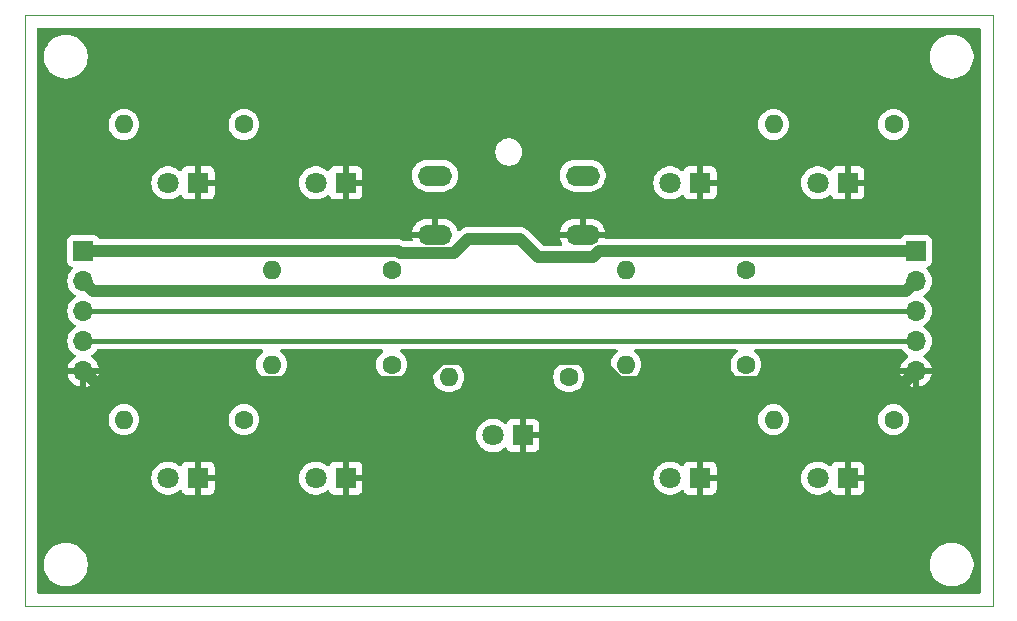
<source format=gbr>
%TF.GenerationSoftware,KiCad,Pcbnew,8.0.5*%
%TF.CreationDate,2025-02-06T11:19:09+08:00*%
%TF.ProjectId,arduino_solar_bikelight_2,61726475-696e-46f5-9f73-6f6c61725f62,rev?*%
%TF.SameCoordinates,Original*%
%TF.FileFunction,Copper,L1,Top*%
%TF.FilePolarity,Positive*%
%FSLAX46Y46*%
G04 Gerber Fmt 4.6, Leading zero omitted, Abs format (unit mm)*
G04 Created by KiCad (PCBNEW 8.0.5) date 2025-02-06 11:19:09*
%MOMM*%
%LPD*%
G01*
G04 APERTURE LIST*
%TA.AperFunction,ComponentPad*%
%ADD10C,1.600000*%
%TD*%
%TA.AperFunction,ComponentPad*%
%ADD11O,1.600000X1.600000*%
%TD*%
%TA.AperFunction,ComponentPad*%
%ADD12R,1.800000X1.800000*%
%TD*%
%TA.AperFunction,ComponentPad*%
%ADD13C,1.800000*%
%TD*%
%TA.AperFunction,ComponentPad*%
%ADD14O,2.900000X1.700000*%
%TD*%
%TA.AperFunction,ComponentPad*%
%ADD15R,1.700000X1.700000*%
%TD*%
%TA.AperFunction,ComponentPad*%
%ADD16O,1.700000X1.700000*%
%TD*%
%TA.AperFunction,Conductor*%
%ADD17C,1.000000*%
%TD*%
%TA.AperFunction,Conductor*%
%ADD18C,0.400000*%
%TD*%
%TA.AperFunction,Profile*%
%ADD19C,0.050000*%
%TD*%
G04 APERTURE END LIST*
D10*
%TO.P,R9,1*%
%TO.N,/CHARGING_LED_IN+*%
X168745000Y-67445000D03*
D11*
%TO.P,R9,2*%
%TO.N,Net-(D9-A)*%
X158585000Y-67445000D03*
%TD*%
D12*
%TO.P,D5,1,K*%
%TO.N,-BATT*%
X149855000Y-51010000D03*
D13*
%TO.P,D5,2,A*%
%TO.N,Net-(D5-A)*%
X147315000Y-51010000D03*
%TD*%
D12*
%TO.P,D8,1,K*%
%TO.N,-BATT*%
X179855000Y-76010000D03*
D13*
%TO.P,D8,2,A*%
%TO.N,Net-(D8-A)*%
X177315000Y-76010000D03*
%TD*%
D10*
%TO.P,R4,1*%
%TO.N,/LOW_LED_IN+*%
X196245000Y-71060000D03*
D11*
%TO.P,R4,2*%
%TO.N,Net-(D4-A)*%
X186085000Y-71060000D03*
%TD*%
D12*
%TO.P,D1,1,K*%
%TO.N,-BATT*%
X137355000Y-51010000D03*
D13*
%TO.P,D1,2,A*%
%TO.N,Net-(D1-A)*%
X134815000Y-51010000D03*
%TD*%
D10*
%TO.P,R7,1*%
%TO.N,/HIGH_LED_IN+*%
X153745000Y-66395000D03*
D11*
%TO.P,R7,2*%
%TO.N,Net-(D7-A)*%
X143585000Y-66395000D03*
%TD*%
D12*
%TO.P,D9,1,K*%
%TO.N,-BATT*%
X164855000Y-72395000D03*
D13*
%TO.P,D9,2,A*%
%TO.N,Net-(D9-A)*%
X162315000Y-72395000D03*
%TD*%
D12*
%TO.P,D2,1,K*%
%TO.N,-BATT*%
X192355000Y-51010000D03*
D13*
%TO.P,D2,2,A*%
%TO.N,Net-(D2-A)*%
X189815000Y-51010000D03*
%TD*%
D10*
%TO.P,R1,1*%
%TO.N,/LOW_LED_IN+*%
X141245000Y-46060000D03*
D11*
%TO.P,R1,2*%
%TO.N,Net-(D1-A)*%
X131085000Y-46060000D03*
%TD*%
D12*
%TO.P,D3,1,K*%
%TO.N,-BATT*%
X137355000Y-76010000D03*
D13*
%TO.P,D3,2,A*%
%TO.N,Net-(D3-A)*%
X134815000Y-76010000D03*
%TD*%
D12*
%TO.P,D7,1,K*%
%TO.N,-BATT*%
X149855000Y-76010000D03*
D13*
%TO.P,D7,2,A*%
%TO.N,Net-(D7-A)*%
X147315000Y-76010000D03*
%TD*%
D10*
%TO.P,R3,1*%
%TO.N,/LOW_LED_IN+*%
X141245000Y-71060000D03*
D11*
%TO.P,R3,2*%
%TO.N,Net-(D3-A)*%
X131085000Y-71060000D03*
%TD*%
D14*
%TO.P,SW1,1,1*%
%TO.N,/BUTTON_PIN*%
X157415000Y-50395000D03*
X169915000Y-50395000D03*
%TO.P,SW1,2,2*%
%TO.N,-BATT*%
X157415000Y-55395000D03*
X169915000Y-55395000D03*
%TD*%
D10*
%TO.P,R8,1*%
%TO.N,/HIGH_LED_IN+*%
X183745000Y-66395000D03*
D11*
%TO.P,R8,2*%
%TO.N,Net-(D8-A)*%
X173585000Y-66395000D03*
%TD*%
D10*
%TO.P,R2,1*%
%TO.N,/LOW_LED_IN+*%
X196245000Y-46060000D03*
D11*
%TO.P,R2,2*%
%TO.N,Net-(D2-A)*%
X186085000Y-46060000D03*
%TD*%
D12*
%TO.P,D6,1,K*%
%TO.N,-BATT*%
X179855000Y-51010000D03*
D13*
%TO.P,D6,2,A*%
%TO.N,Net-(D6-A)*%
X177315000Y-51010000D03*
%TD*%
D10*
%TO.P,R5,1*%
%TO.N,/HIGH_LED_IN+*%
X153745000Y-58395000D03*
D11*
%TO.P,R5,2*%
%TO.N,Net-(D5-A)*%
X143585000Y-58395000D03*
%TD*%
D12*
%TO.P,D4,1,K*%
%TO.N,-BATT*%
X192355000Y-76010000D03*
D13*
%TO.P,D4,2,A*%
%TO.N,Net-(D4-A)*%
X189815000Y-76010000D03*
%TD*%
D10*
%TO.P,R6,1*%
%TO.N,/HIGH_LED_IN+*%
X183745000Y-58395000D03*
D11*
%TO.P,R6,2*%
%TO.N,Net-(D6-A)*%
X173585000Y-58395000D03*
%TD*%
D15*
%TO.P,J1,1,Pin_1*%
%TO.N,/LOW_LED_IN+*%
X198140000Y-56780000D03*
D16*
%TO.P,J1,2,Pin_2*%
%TO.N,/HIGH_LED_IN+*%
X198140000Y-59320000D03*
%TO.P,J1,3,Pin_3*%
%TO.N,/CHARGING_LED_IN+*%
X198140000Y-61860000D03*
%TO.P,J1,4,Pin_4*%
%TO.N,/BUTTON_PIN*%
X198140000Y-64400000D03*
%TO.P,J1,5,Pin_5*%
%TO.N,-BATT*%
X198140000Y-66940000D03*
%TD*%
D15*
%TO.P,J2,1,Pin_1*%
%TO.N,/LOW_LED_IN+*%
X127640000Y-56780000D03*
D16*
%TO.P,J2,2,Pin_2*%
%TO.N,/HIGH_LED_IN+*%
X127640000Y-59320000D03*
%TO.P,J2,3,Pin_3*%
%TO.N,/CHARGING_LED_IN+*%
X127640000Y-61860000D03*
%TO.P,J2,4,Pin_4*%
%TO.N,/BUTTON_PIN*%
X127640000Y-64400000D03*
%TO.P,J2,5,Pin_5*%
%TO.N,-BATT*%
X127640000Y-66940000D03*
%TD*%
D17*
%TO.N,-BATT*%
X171013679Y-65945000D02*
X172963679Y-67895000D01*
X157963679Y-65945000D02*
X171013679Y-65945000D01*
X127640000Y-66940000D02*
X128595000Y-67895000D01*
X172963679Y-67895000D02*
X197185000Y-67895000D01*
X128595000Y-67895000D02*
X156013679Y-67895000D01*
X197185000Y-67895000D02*
X198140000Y-66940000D01*
X156013679Y-67895000D02*
X157963679Y-65945000D01*
%TO.N,/LOW_LED_IN+*%
X159050000Y-56945000D02*
X154416321Y-56945000D01*
X154251321Y-56780000D02*
X127640000Y-56780000D01*
X160250000Y-55745000D02*
X159050000Y-56945000D01*
X198140000Y-56780000D02*
X171322031Y-56780000D01*
X171322031Y-56780000D02*
X170772031Y-57330000D01*
X166165000Y-57330000D02*
X164580000Y-55745000D01*
X164580000Y-55745000D02*
X160250000Y-55745000D01*
X154416321Y-56945000D02*
X154251321Y-56780000D01*
X170772031Y-57330000D02*
X166165000Y-57330000D01*
D18*
%TO.N,/BUTTON_PIN*%
X198140000Y-64400000D02*
X127640000Y-64400000D01*
D17*
%TO.N,/HIGH_LED_IN+*%
X197290000Y-60170000D02*
X128490000Y-60170000D01*
X128490000Y-60170000D02*
X127640000Y-59320000D01*
X198140000Y-59320000D02*
X197290000Y-60170000D01*
D18*
%TO.N,/CHARGING_LED_IN+*%
X127640000Y-61860000D02*
X198140000Y-61860000D01*
%TD*%
%TA.AperFunction,Conductor*%
%TO.N,-BATT*%
G36*
X203557539Y-37900185D02*
G01*
X203603294Y-37952989D01*
X203614500Y-38004500D01*
X203614500Y-85655500D01*
X203594815Y-85722539D01*
X203542011Y-85768294D01*
X203490500Y-85779500D01*
X123839500Y-85779500D01*
X123772461Y-85759815D01*
X123726706Y-85707011D01*
X123715500Y-85655500D01*
X123715500Y-83208711D01*
X124314500Y-83208711D01*
X124314500Y-83451288D01*
X124346161Y-83691785D01*
X124408947Y-83926104D01*
X124501773Y-84150205D01*
X124501776Y-84150212D01*
X124623064Y-84360289D01*
X124623066Y-84360292D01*
X124623067Y-84360293D01*
X124770733Y-84552736D01*
X124770739Y-84552743D01*
X124942256Y-84724260D01*
X124942262Y-84724265D01*
X125134711Y-84871936D01*
X125344788Y-84993224D01*
X125568900Y-85086054D01*
X125803211Y-85148838D01*
X125983586Y-85172584D01*
X126043711Y-85180500D01*
X126043712Y-85180500D01*
X126286289Y-85180500D01*
X126334388Y-85174167D01*
X126526789Y-85148838D01*
X126761100Y-85086054D01*
X126985212Y-84993224D01*
X127195289Y-84871936D01*
X127387738Y-84724265D01*
X127559265Y-84552738D01*
X127706936Y-84360289D01*
X127828224Y-84150212D01*
X127921054Y-83926100D01*
X127983838Y-83691789D01*
X128015500Y-83451288D01*
X128015500Y-83208712D01*
X128015500Y-83208711D01*
X199314500Y-83208711D01*
X199314500Y-83451288D01*
X199346161Y-83691785D01*
X199408947Y-83926104D01*
X199501773Y-84150205D01*
X199501776Y-84150212D01*
X199623064Y-84360289D01*
X199623066Y-84360292D01*
X199623067Y-84360293D01*
X199770733Y-84552736D01*
X199770739Y-84552743D01*
X199942256Y-84724260D01*
X199942262Y-84724265D01*
X200134711Y-84871936D01*
X200344788Y-84993224D01*
X200568900Y-85086054D01*
X200803211Y-85148838D01*
X200983586Y-85172584D01*
X201043711Y-85180500D01*
X201043712Y-85180500D01*
X201286289Y-85180500D01*
X201334388Y-85174167D01*
X201526789Y-85148838D01*
X201761100Y-85086054D01*
X201985212Y-84993224D01*
X202195289Y-84871936D01*
X202387738Y-84724265D01*
X202559265Y-84552738D01*
X202706936Y-84360289D01*
X202828224Y-84150212D01*
X202921054Y-83926100D01*
X202983838Y-83691789D01*
X203015500Y-83451288D01*
X203015500Y-83208712D01*
X202983838Y-82968211D01*
X202921054Y-82733900D01*
X202828224Y-82509788D01*
X202706936Y-82299711D01*
X202559265Y-82107262D01*
X202559260Y-82107256D01*
X202387743Y-81935739D01*
X202387736Y-81935733D01*
X202195293Y-81788067D01*
X202195292Y-81788066D01*
X202195289Y-81788064D01*
X201985212Y-81666776D01*
X201985205Y-81666773D01*
X201761104Y-81573947D01*
X201526785Y-81511161D01*
X201286289Y-81479500D01*
X201286288Y-81479500D01*
X201043712Y-81479500D01*
X201043711Y-81479500D01*
X200803214Y-81511161D01*
X200568895Y-81573947D01*
X200344794Y-81666773D01*
X200344785Y-81666777D01*
X200134706Y-81788067D01*
X199942263Y-81935733D01*
X199942256Y-81935739D01*
X199770739Y-82107256D01*
X199770733Y-82107263D01*
X199623067Y-82299706D01*
X199501777Y-82509785D01*
X199501773Y-82509794D01*
X199408947Y-82733895D01*
X199346161Y-82968214D01*
X199314500Y-83208711D01*
X128015500Y-83208711D01*
X127983838Y-82968211D01*
X127921054Y-82733900D01*
X127828224Y-82509788D01*
X127706936Y-82299711D01*
X127559265Y-82107262D01*
X127559260Y-82107256D01*
X127387743Y-81935739D01*
X127387736Y-81935733D01*
X127195293Y-81788067D01*
X127195292Y-81788066D01*
X127195289Y-81788064D01*
X126985212Y-81666776D01*
X126985205Y-81666773D01*
X126761104Y-81573947D01*
X126526785Y-81511161D01*
X126286289Y-81479500D01*
X126286288Y-81479500D01*
X126043712Y-81479500D01*
X126043711Y-81479500D01*
X125803214Y-81511161D01*
X125568895Y-81573947D01*
X125344794Y-81666773D01*
X125344785Y-81666777D01*
X125134706Y-81788067D01*
X124942263Y-81935733D01*
X124942256Y-81935739D01*
X124770739Y-82107256D01*
X124770733Y-82107263D01*
X124623067Y-82299706D01*
X124501777Y-82509785D01*
X124501773Y-82509794D01*
X124408947Y-82733895D01*
X124346161Y-82968214D01*
X124314500Y-83208711D01*
X123715500Y-83208711D01*
X123715500Y-76009993D01*
X133409700Y-76009993D01*
X133409700Y-76010006D01*
X133428864Y-76241297D01*
X133428866Y-76241308D01*
X133485842Y-76466300D01*
X133579075Y-76678848D01*
X133706016Y-76873147D01*
X133706019Y-76873151D01*
X133706021Y-76873153D01*
X133863216Y-77043913D01*
X133863219Y-77043915D01*
X133863222Y-77043918D01*
X134046365Y-77186464D01*
X134046371Y-77186468D01*
X134046374Y-77186470D01*
X134250497Y-77296936D01*
X134364487Y-77336068D01*
X134470015Y-77372297D01*
X134470017Y-77372297D01*
X134470019Y-77372298D01*
X134698951Y-77410500D01*
X134698952Y-77410500D01*
X134931048Y-77410500D01*
X134931049Y-77410500D01*
X135159981Y-77372298D01*
X135379503Y-77296936D01*
X135583626Y-77186470D01*
X135766784Y-77043913D01*
X135775511Y-77034432D01*
X135835394Y-76998441D01*
X135905232Y-77000538D01*
X135962850Y-77040060D01*
X135982924Y-77075080D01*
X136011645Y-77152086D01*
X136011649Y-77152093D01*
X136097809Y-77267187D01*
X136097812Y-77267190D01*
X136212906Y-77353350D01*
X136212913Y-77353354D01*
X136347620Y-77403596D01*
X136347627Y-77403598D01*
X136407155Y-77409999D01*
X136407172Y-77410000D01*
X137105000Y-77410000D01*
X137105000Y-76385277D01*
X137181306Y-76429333D01*
X137295756Y-76460000D01*
X137414244Y-76460000D01*
X137528694Y-76429333D01*
X137605000Y-76385277D01*
X137605000Y-77410000D01*
X138302828Y-77410000D01*
X138302844Y-77409999D01*
X138362372Y-77403598D01*
X138362379Y-77403596D01*
X138497086Y-77353354D01*
X138497093Y-77353350D01*
X138612187Y-77267190D01*
X138612190Y-77267187D01*
X138698350Y-77152093D01*
X138698354Y-77152086D01*
X138748596Y-77017379D01*
X138748598Y-77017372D01*
X138754999Y-76957844D01*
X138755000Y-76957827D01*
X138755000Y-76260000D01*
X137730278Y-76260000D01*
X137774333Y-76183694D01*
X137805000Y-76069244D01*
X137805000Y-76009993D01*
X145909700Y-76009993D01*
X145909700Y-76010006D01*
X145928864Y-76241297D01*
X145928866Y-76241308D01*
X145985842Y-76466300D01*
X146079075Y-76678848D01*
X146206016Y-76873147D01*
X146206019Y-76873151D01*
X146206021Y-76873153D01*
X146363216Y-77043913D01*
X146363219Y-77043915D01*
X146363222Y-77043918D01*
X146546365Y-77186464D01*
X146546371Y-77186468D01*
X146546374Y-77186470D01*
X146750497Y-77296936D01*
X146864487Y-77336068D01*
X146970015Y-77372297D01*
X146970017Y-77372297D01*
X146970019Y-77372298D01*
X147198951Y-77410500D01*
X147198952Y-77410500D01*
X147431048Y-77410500D01*
X147431049Y-77410500D01*
X147659981Y-77372298D01*
X147879503Y-77296936D01*
X148083626Y-77186470D01*
X148266784Y-77043913D01*
X148275511Y-77034432D01*
X148335394Y-76998441D01*
X148405232Y-77000538D01*
X148462850Y-77040060D01*
X148482924Y-77075080D01*
X148511645Y-77152086D01*
X148511649Y-77152093D01*
X148597809Y-77267187D01*
X148597812Y-77267190D01*
X148712906Y-77353350D01*
X148712913Y-77353354D01*
X148847620Y-77403596D01*
X148847627Y-77403598D01*
X148907155Y-77409999D01*
X148907172Y-77410000D01*
X149605000Y-77410000D01*
X149605000Y-76385277D01*
X149681306Y-76429333D01*
X149795756Y-76460000D01*
X149914244Y-76460000D01*
X150028694Y-76429333D01*
X150105000Y-76385277D01*
X150105000Y-77410000D01*
X150802828Y-77410000D01*
X150802844Y-77409999D01*
X150862372Y-77403598D01*
X150862379Y-77403596D01*
X150997086Y-77353354D01*
X150997093Y-77353350D01*
X151112187Y-77267190D01*
X151112190Y-77267187D01*
X151198350Y-77152093D01*
X151198354Y-77152086D01*
X151248596Y-77017379D01*
X151248598Y-77017372D01*
X151254999Y-76957844D01*
X151255000Y-76957827D01*
X151255000Y-76260000D01*
X150230278Y-76260000D01*
X150274333Y-76183694D01*
X150305000Y-76069244D01*
X150305000Y-76009993D01*
X175909700Y-76009993D01*
X175909700Y-76010006D01*
X175928864Y-76241297D01*
X175928866Y-76241308D01*
X175985842Y-76466300D01*
X176079075Y-76678848D01*
X176206016Y-76873147D01*
X176206019Y-76873151D01*
X176206021Y-76873153D01*
X176363216Y-77043913D01*
X176363219Y-77043915D01*
X176363222Y-77043918D01*
X176546365Y-77186464D01*
X176546371Y-77186468D01*
X176546374Y-77186470D01*
X176750497Y-77296936D01*
X176864487Y-77336068D01*
X176970015Y-77372297D01*
X176970017Y-77372297D01*
X176970019Y-77372298D01*
X177198951Y-77410500D01*
X177198952Y-77410500D01*
X177431048Y-77410500D01*
X177431049Y-77410500D01*
X177659981Y-77372298D01*
X177879503Y-77296936D01*
X178083626Y-77186470D01*
X178266784Y-77043913D01*
X178275511Y-77034432D01*
X178335394Y-76998441D01*
X178405232Y-77000538D01*
X178462850Y-77040060D01*
X178482924Y-77075080D01*
X178511645Y-77152086D01*
X178511649Y-77152093D01*
X178597809Y-77267187D01*
X178597812Y-77267190D01*
X178712906Y-77353350D01*
X178712913Y-77353354D01*
X178847620Y-77403596D01*
X178847627Y-77403598D01*
X178907155Y-77409999D01*
X178907172Y-77410000D01*
X179605000Y-77410000D01*
X179605000Y-76385277D01*
X179681306Y-76429333D01*
X179795756Y-76460000D01*
X179914244Y-76460000D01*
X180028694Y-76429333D01*
X180105000Y-76385277D01*
X180105000Y-77410000D01*
X180802828Y-77410000D01*
X180802844Y-77409999D01*
X180862372Y-77403598D01*
X180862379Y-77403596D01*
X180997086Y-77353354D01*
X180997093Y-77353350D01*
X181112187Y-77267190D01*
X181112190Y-77267187D01*
X181198350Y-77152093D01*
X181198354Y-77152086D01*
X181248596Y-77017379D01*
X181248598Y-77017372D01*
X181254999Y-76957844D01*
X181255000Y-76957827D01*
X181255000Y-76260000D01*
X180230278Y-76260000D01*
X180274333Y-76183694D01*
X180305000Y-76069244D01*
X180305000Y-76009993D01*
X188409700Y-76009993D01*
X188409700Y-76010006D01*
X188428864Y-76241297D01*
X188428866Y-76241308D01*
X188485842Y-76466300D01*
X188579075Y-76678848D01*
X188706016Y-76873147D01*
X188706019Y-76873151D01*
X188706021Y-76873153D01*
X188863216Y-77043913D01*
X188863219Y-77043915D01*
X188863222Y-77043918D01*
X189046365Y-77186464D01*
X189046371Y-77186468D01*
X189046374Y-77186470D01*
X189250497Y-77296936D01*
X189364487Y-77336068D01*
X189470015Y-77372297D01*
X189470017Y-77372297D01*
X189470019Y-77372298D01*
X189698951Y-77410500D01*
X189698952Y-77410500D01*
X189931048Y-77410500D01*
X189931049Y-77410500D01*
X190159981Y-77372298D01*
X190379503Y-77296936D01*
X190583626Y-77186470D01*
X190766784Y-77043913D01*
X190775511Y-77034432D01*
X190835394Y-76998441D01*
X190905232Y-77000538D01*
X190962850Y-77040060D01*
X190982924Y-77075080D01*
X191011645Y-77152086D01*
X191011649Y-77152093D01*
X191097809Y-77267187D01*
X191097812Y-77267190D01*
X191212906Y-77353350D01*
X191212913Y-77353354D01*
X191347620Y-77403596D01*
X191347627Y-77403598D01*
X191407155Y-77409999D01*
X191407172Y-77410000D01*
X192105000Y-77410000D01*
X192105000Y-76385277D01*
X192181306Y-76429333D01*
X192295756Y-76460000D01*
X192414244Y-76460000D01*
X192528694Y-76429333D01*
X192605000Y-76385277D01*
X192605000Y-77410000D01*
X193302828Y-77410000D01*
X193302844Y-77409999D01*
X193362372Y-77403598D01*
X193362379Y-77403596D01*
X193497086Y-77353354D01*
X193497093Y-77353350D01*
X193612187Y-77267190D01*
X193612190Y-77267187D01*
X193698350Y-77152093D01*
X193698354Y-77152086D01*
X193748596Y-77017379D01*
X193748598Y-77017372D01*
X193754999Y-76957844D01*
X193755000Y-76957827D01*
X193755000Y-76260000D01*
X192730278Y-76260000D01*
X192774333Y-76183694D01*
X192805000Y-76069244D01*
X192805000Y-75950756D01*
X192774333Y-75836306D01*
X192730278Y-75760000D01*
X193755000Y-75760000D01*
X193755000Y-75062172D01*
X193754999Y-75062155D01*
X193748598Y-75002627D01*
X193748596Y-75002620D01*
X193698354Y-74867913D01*
X193698350Y-74867906D01*
X193612190Y-74752812D01*
X193612187Y-74752809D01*
X193497093Y-74666649D01*
X193497086Y-74666645D01*
X193362379Y-74616403D01*
X193362372Y-74616401D01*
X193302844Y-74610000D01*
X192605000Y-74610000D01*
X192605000Y-75634722D01*
X192528694Y-75590667D01*
X192414244Y-75560000D01*
X192295756Y-75560000D01*
X192181306Y-75590667D01*
X192105000Y-75634722D01*
X192105000Y-74610000D01*
X191407155Y-74610000D01*
X191347627Y-74616401D01*
X191347620Y-74616403D01*
X191212913Y-74666645D01*
X191212906Y-74666649D01*
X191097812Y-74752809D01*
X191097809Y-74752812D01*
X191011649Y-74867906D01*
X191011646Y-74867911D01*
X190982924Y-74944920D01*
X190941052Y-75000853D01*
X190875588Y-75025270D01*
X190807315Y-75010418D01*
X190775514Y-74985571D01*
X190766784Y-74976087D01*
X190766779Y-74976083D01*
X190766777Y-74976081D01*
X190583634Y-74833535D01*
X190583628Y-74833531D01*
X190379504Y-74723064D01*
X190379495Y-74723061D01*
X190159984Y-74647702D01*
X189972404Y-74616401D01*
X189931049Y-74609500D01*
X189698951Y-74609500D01*
X189657596Y-74616401D01*
X189470015Y-74647702D01*
X189250504Y-74723061D01*
X189250495Y-74723064D01*
X189046371Y-74833531D01*
X189046365Y-74833535D01*
X188863222Y-74976081D01*
X188863219Y-74976084D01*
X188863216Y-74976086D01*
X188863216Y-74976087D01*
X188838791Y-75002620D01*
X188706016Y-75146852D01*
X188579075Y-75341151D01*
X188485842Y-75553699D01*
X188428866Y-75778691D01*
X188428864Y-75778702D01*
X188409700Y-76009993D01*
X180305000Y-76009993D01*
X180305000Y-75950756D01*
X180274333Y-75836306D01*
X180230278Y-75760000D01*
X181255000Y-75760000D01*
X181255000Y-75062172D01*
X181254999Y-75062155D01*
X181248598Y-75002627D01*
X181248596Y-75002620D01*
X181198354Y-74867913D01*
X181198350Y-74867906D01*
X181112190Y-74752812D01*
X181112187Y-74752809D01*
X180997093Y-74666649D01*
X180997086Y-74666645D01*
X180862379Y-74616403D01*
X180862372Y-74616401D01*
X180802844Y-74610000D01*
X180105000Y-74610000D01*
X180105000Y-75634722D01*
X180028694Y-75590667D01*
X179914244Y-75560000D01*
X179795756Y-75560000D01*
X179681306Y-75590667D01*
X179605000Y-75634722D01*
X179605000Y-74610000D01*
X178907155Y-74610000D01*
X178847627Y-74616401D01*
X178847620Y-74616403D01*
X178712913Y-74666645D01*
X178712906Y-74666649D01*
X178597812Y-74752809D01*
X178597809Y-74752812D01*
X178511649Y-74867906D01*
X178511646Y-74867911D01*
X178482924Y-74944920D01*
X178441052Y-75000853D01*
X178375588Y-75025270D01*
X178307315Y-75010418D01*
X178275514Y-74985571D01*
X178266784Y-74976087D01*
X178266779Y-74976083D01*
X178266777Y-74976081D01*
X178083634Y-74833535D01*
X178083628Y-74833531D01*
X177879504Y-74723064D01*
X177879495Y-74723061D01*
X177659984Y-74647702D01*
X177472404Y-74616401D01*
X177431049Y-74609500D01*
X177198951Y-74609500D01*
X177157596Y-74616401D01*
X176970015Y-74647702D01*
X176750504Y-74723061D01*
X176750495Y-74723064D01*
X176546371Y-74833531D01*
X176546365Y-74833535D01*
X176363222Y-74976081D01*
X176363219Y-74976084D01*
X176363216Y-74976086D01*
X176363216Y-74976087D01*
X176338791Y-75002620D01*
X176206016Y-75146852D01*
X176079075Y-75341151D01*
X175985842Y-75553699D01*
X175928866Y-75778691D01*
X175928864Y-75778702D01*
X175909700Y-76009993D01*
X150305000Y-76009993D01*
X150305000Y-75950756D01*
X150274333Y-75836306D01*
X150230278Y-75760000D01*
X151255000Y-75760000D01*
X151255000Y-75062172D01*
X151254999Y-75062155D01*
X151248598Y-75002627D01*
X151248596Y-75002620D01*
X151198354Y-74867913D01*
X151198350Y-74867906D01*
X151112190Y-74752812D01*
X151112187Y-74752809D01*
X150997093Y-74666649D01*
X150997086Y-74666645D01*
X150862379Y-74616403D01*
X150862372Y-74616401D01*
X150802844Y-74610000D01*
X150105000Y-74610000D01*
X150105000Y-75634722D01*
X150028694Y-75590667D01*
X149914244Y-75560000D01*
X149795756Y-75560000D01*
X149681306Y-75590667D01*
X149605000Y-75634722D01*
X149605000Y-74610000D01*
X148907155Y-74610000D01*
X148847627Y-74616401D01*
X148847620Y-74616403D01*
X148712913Y-74666645D01*
X148712906Y-74666649D01*
X148597812Y-74752809D01*
X148597809Y-74752812D01*
X148511649Y-74867906D01*
X148511646Y-74867911D01*
X148482924Y-74944920D01*
X148441052Y-75000853D01*
X148375588Y-75025270D01*
X148307315Y-75010418D01*
X148275514Y-74985571D01*
X148266784Y-74976087D01*
X148266779Y-74976083D01*
X148266777Y-74976081D01*
X148083634Y-74833535D01*
X148083628Y-74833531D01*
X147879504Y-74723064D01*
X147879495Y-74723061D01*
X147659984Y-74647702D01*
X147472404Y-74616401D01*
X147431049Y-74609500D01*
X147198951Y-74609500D01*
X147157596Y-74616401D01*
X146970015Y-74647702D01*
X146750504Y-74723061D01*
X146750495Y-74723064D01*
X146546371Y-74833531D01*
X146546365Y-74833535D01*
X146363222Y-74976081D01*
X146363219Y-74976084D01*
X146363216Y-74976086D01*
X146363216Y-74976087D01*
X146338791Y-75002620D01*
X146206016Y-75146852D01*
X146079075Y-75341151D01*
X145985842Y-75553699D01*
X145928866Y-75778691D01*
X145928864Y-75778702D01*
X145909700Y-76009993D01*
X137805000Y-76009993D01*
X137805000Y-75950756D01*
X137774333Y-75836306D01*
X137730278Y-75760000D01*
X138755000Y-75760000D01*
X138755000Y-75062172D01*
X138754999Y-75062155D01*
X138748598Y-75002627D01*
X138748596Y-75002620D01*
X138698354Y-74867913D01*
X138698350Y-74867906D01*
X138612190Y-74752812D01*
X138612187Y-74752809D01*
X138497093Y-74666649D01*
X138497086Y-74666645D01*
X138362379Y-74616403D01*
X138362372Y-74616401D01*
X138302844Y-74610000D01*
X137605000Y-74610000D01*
X137605000Y-75634722D01*
X137528694Y-75590667D01*
X137414244Y-75560000D01*
X137295756Y-75560000D01*
X137181306Y-75590667D01*
X137105000Y-75634722D01*
X137105000Y-74610000D01*
X136407155Y-74610000D01*
X136347627Y-74616401D01*
X136347620Y-74616403D01*
X136212913Y-74666645D01*
X136212906Y-74666649D01*
X136097812Y-74752809D01*
X136097809Y-74752812D01*
X136011649Y-74867906D01*
X136011646Y-74867911D01*
X135982924Y-74944920D01*
X135941052Y-75000853D01*
X135875588Y-75025270D01*
X135807315Y-75010418D01*
X135775514Y-74985571D01*
X135766784Y-74976087D01*
X135766779Y-74976083D01*
X135766777Y-74976081D01*
X135583634Y-74833535D01*
X135583628Y-74833531D01*
X135379504Y-74723064D01*
X135379495Y-74723061D01*
X135159984Y-74647702D01*
X134972404Y-74616401D01*
X134931049Y-74609500D01*
X134698951Y-74609500D01*
X134657596Y-74616401D01*
X134470015Y-74647702D01*
X134250504Y-74723061D01*
X134250495Y-74723064D01*
X134046371Y-74833531D01*
X134046365Y-74833535D01*
X133863222Y-74976081D01*
X133863219Y-74976084D01*
X133863216Y-74976086D01*
X133863216Y-74976087D01*
X133838791Y-75002620D01*
X133706016Y-75146852D01*
X133579075Y-75341151D01*
X133485842Y-75553699D01*
X133428866Y-75778691D01*
X133428864Y-75778702D01*
X133409700Y-76009993D01*
X123715500Y-76009993D01*
X123715500Y-72394993D01*
X160909700Y-72394993D01*
X160909700Y-72395006D01*
X160928864Y-72626297D01*
X160928866Y-72626308D01*
X160985842Y-72851300D01*
X161079075Y-73063848D01*
X161206016Y-73258147D01*
X161206019Y-73258151D01*
X161206021Y-73258153D01*
X161363216Y-73428913D01*
X161363219Y-73428915D01*
X161363222Y-73428918D01*
X161546365Y-73571464D01*
X161546371Y-73571468D01*
X161546374Y-73571470D01*
X161750497Y-73681936D01*
X161864487Y-73721068D01*
X161970015Y-73757297D01*
X161970017Y-73757297D01*
X161970019Y-73757298D01*
X162198951Y-73795500D01*
X162198952Y-73795500D01*
X162431048Y-73795500D01*
X162431049Y-73795500D01*
X162659981Y-73757298D01*
X162879503Y-73681936D01*
X163083626Y-73571470D01*
X163266784Y-73428913D01*
X163275511Y-73419432D01*
X163335394Y-73383441D01*
X163405232Y-73385538D01*
X163462850Y-73425060D01*
X163482924Y-73460080D01*
X163511645Y-73537086D01*
X163511649Y-73537093D01*
X163597809Y-73652187D01*
X163597812Y-73652190D01*
X163712906Y-73738350D01*
X163712913Y-73738354D01*
X163847620Y-73788596D01*
X163847627Y-73788598D01*
X163907155Y-73794999D01*
X163907172Y-73795000D01*
X164605000Y-73795000D01*
X164605000Y-72770277D01*
X164681306Y-72814333D01*
X164795756Y-72845000D01*
X164914244Y-72845000D01*
X165028694Y-72814333D01*
X165105000Y-72770277D01*
X165105000Y-73795000D01*
X165802828Y-73795000D01*
X165802844Y-73794999D01*
X165862372Y-73788598D01*
X165862379Y-73788596D01*
X165997086Y-73738354D01*
X165997093Y-73738350D01*
X166112187Y-73652190D01*
X166112190Y-73652187D01*
X166198350Y-73537093D01*
X166198354Y-73537086D01*
X166248596Y-73402379D01*
X166248598Y-73402372D01*
X166254999Y-73342844D01*
X166255000Y-73342827D01*
X166255000Y-72645000D01*
X165230278Y-72645000D01*
X165274333Y-72568694D01*
X165305000Y-72454244D01*
X165305000Y-72335756D01*
X165274333Y-72221306D01*
X165230278Y-72145000D01*
X166255000Y-72145000D01*
X166255000Y-71447172D01*
X166254999Y-71447155D01*
X166248598Y-71387627D01*
X166248596Y-71387620D01*
X166198354Y-71252913D01*
X166198350Y-71252906D01*
X166112190Y-71137812D01*
X166112187Y-71137809D01*
X166008246Y-71059998D01*
X184779532Y-71059998D01*
X184779532Y-71060001D01*
X184799364Y-71286686D01*
X184799366Y-71286697D01*
X184858258Y-71506488D01*
X184858261Y-71506497D01*
X184954431Y-71712732D01*
X184954432Y-71712734D01*
X185084954Y-71899141D01*
X185245858Y-72060045D01*
X185245861Y-72060047D01*
X185432266Y-72190568D01*
X185638504Y-72286739D01*
X185858308Y-72345635D01*
X186020230Y-72359801D01*
X186084998Y-72365468D01*
X186085000Y-72365468D01*
X186085002Y-72365468D01*
X186141673Y-72360509D01*
X186311692Y-72345635D01*
X186531496Y-72286739D01*
X186737734Y-72190568D01*
X186924139Y-72060047D01*
X187085047Y-71899139D01*
X187215568Y-71712734D01*
X187311739Y-71506496D01*
X187370635Y-71286692D01*
X187390468Y-71060000D01*
X187390468Y-71059998D01*
X194939532Y-71059998D01*
X194939532Y-71060001D01*
X194959364Y-71286686D01*
X194959366Y-71286697D01*
X195018258Y-71506488D01*
X195018261Y-71506497D01*
X195114431Y-71712732D01*
X195114432Y-71712734D01*
X195244954Y-71899141D01*
X195405858Y-72060045D01*
X195405861Y-72060047D01*
X195592266Y-72190568D01*
X195798504Y-72286739D01*
X196018308Y-72345635D01*
X196180230Y-72359801D01*
X196244998Y-72365468D01*
X196245000Y-72365468D01*
X196245002Y-72365468D01*
X196301673Y-72360509D01*
X196471692Y-72345635D01*
X196691496Y-72286739D01*
X196897734Y-72190568D01*
X197084139Y-72060047D01*
X197245047Y-71899139D01*
X197375568Y-71712734D01*
X197471739Y-71506496D01*
X197530635Y-71286692D01*
X197550468Y-71060000D01*
X197549737Y-71051649D01*
X197530635Y-70833313D01*
X197530635Y-70833308D01*
X197471739Y-70613504D01*
X197375568Y-70407266D01*
X197245047Y-70220861D01*
X197245045Y-70220858D01*
X197084141Y-70059954D01*
X196897734Y-69929432D01*
X196897732Y-69929431D01*
X196691497Y-69833261D01*
X196691488Y-69833258D01*
X196471697Y-69774366D01*
X196471693Y-69774365D01*
X196471692Y-69774365D01*
X196471691Y-69774364D01*
X196471686Y-69774364D01*
X196245002Y-69754532D01*
X196244998Y-69754532D01*
X196018313Y-69774364D01*
X196018302Y-69774366D01*
X195798511Y-69833258D01*
X195798502Y-69833261D01*
X195592267Y-69929431D01*
X195592265Y-69929432D01*
X195405858Y-70059954D01*
X195244954Y-70220858D01*
X195114432Y-70407265D01*
X195114431Y-70407267D01*
X195018261Y-70613502D01*
X195018258Y-70613511D01*
X194959366Y-70833302D01*
X194959364Y-70833313D01*
X194939532Y-71059998D01*
X187390468Y-71059998D01*
X187389737Y-71051649D01*
X187370635Y-70833313D01*
X187370635Y-70833308D01*
X187311739Y-70613504D01*
X187215568Y-70407266D01*
X187085047Y-70220861D01*
X187085045Y-70220858D01*
X186924141Y-70059954D01*
X186737734Y-69929432D01*
X186737732Y-69929431D01*
X186531497Y-69833261D01*
X186531488Y-69833258D01*
X186311697Y-69774366D01*
X186311693Y-69774365D01*
X186311692Y-69774365D01*
X186311691Y-69774364D01*
X186311686Y-69774364D01*
X186085002Y-69754532D01*
X186084998Y-69754532D01*
X185858313Y-69774364D01*
X185858302Y-69774366D01*
X185638511Y-69833258D01*
X185638502Y-69833261D01*
X185432267Y-69929431D01*
X185432265Y-69929432D01*
X185245858Y-70059954D01*
X185084954Y-70220858D01*
X184954432Y-70407265D01*
X184954431Y-70407267D01*
X184858261Y-70613502D01*
X184858258Y-70613511D01*
X184799366Y-70833302D01*
X184799364Y-70833313D01*
X184779532Y-71059998D01*
X166008246Y-71059998D01*
X165997093Y-71051649D01*
X165997086Y-71051645D01*
X165862379Y-71001403D01*
X165862372Y-71001401D01*
X165802844Y-70995000D01*
X165105000Y-70995000D01*
X165105000Y-72019722D01*
X165028694Y-71975667D01*
X164914244Y-71945000D01*
X164795756Y-71945000D01*
X164681306Y-71975667D01*
X164605000Y-72019722D01*
X164605000Y-70995000D01*
X163907155Y-70995000D01*
X163847627Y-71001401D01*
X163847620Y-71001403D01*
X163712913Y-71051645D01*
X163712906Y-71051649D01*
X163597812Y-71137809D01*
X163597809Y-71137812D01*
X163511649Y-71252906D01*
X163511646Y-71252911D01*
X163482924Y-71329920D01*
X163441052Y-71385853D01*
X163375588Y-71410270D01*
X163307315Y-71395418D01*
X163275514Y-71370571D01*
X163266784Y-71361087D01*
X163266779Y-71361083D01*
X163266777Y-71361081D01*
X163083634Y-71218535D01*
X163083628Y-71218531D01*
X162879504Y-71108064D01*
X162879495Y-71108061D01*
X162659984Y-71032702D01*
X162472404Y-71001401D01*
X162431049Y-70994500D01*
X162198951Y-70994500D01*
X162157596Y-71001401D01*
X161970015Y-71032702D01*
X161750504Y-71108061D01*
X161750495Y-71108064D01*
X161546371Y-71218531D01*
X161546365Y-71218535D01*
X161363222Y-71361081D01*
X161363219Y-71361084D01*
X161363216Y-71361086D01*
X161363216Y-71361087D01*
X161338791Y-71387620D01*
X161206016Y-71531852D01*
X161079075Y-71726151D01*
X160985842Y-71938699D01*
X160928866Y-72163691D01*
X160928864Y-72163702D01*
X160909700Y-72394993D01*
X123715500Y-72394993D01*
X123715500Y-71059998D01*
X129779532Y-71059998D01*
X129779532Y-71060001D01*
X129799364Y-71286686D01*
X129799366Y-71286697D01*
X129858258Y-71506488D01*
X129858261Y-71506497D01*
X129954431Y-71712732D01*
X129954432Y-71712734D01*
X130084954Y-71899141D01*
X130245858Y-72060045D01*
X130245861Y-72060047D01*
X130432266Y-72190568D01*
X130638504Y-72286739D01*
X130858308Y-72345635D01*
X131020230Y-72359801D01*
X131084998Y-72365468D01*
X131085000Y-72365468D01*
X131085002Y-72365468D01*
X131141673Y-72360509D01*
X131311692Y-72345635D01*
X131531496Y-72286739D01*
X131737734Y-72190568D01*
X131924139Y-72060047D01*
X132085047Y-71899139D01*
X132215568Y-71712734D01*
X132311739Y-71506496D01*
X132370635Y-71286692D01*
X132390468Y-71060000D01*
X132390468Y-71059998D01*
X139939532Y-71059998D01*
X139939532Y-71060001D01*
X139959364Y-71286686D01*
X139959366Y-71286697D01*
X140018258Y-71506488D01*
X140018261Y-71506497D01*
X140114431Y-71712732D01*
X140114432Y-71712734D01*
X140244954Y-71899141D01*
X140405858Y-72060045D01*
X140405861Y-72060047D01*
X140592266Y-72190568D01*
X140798504Y-72286739D01*
X141018308Y-72345635D01*
X141180230Y-72359801D01*
X141244998Y-72365468D01*
X141245000Y-72365468D01*
X141245002Y-72365468D01*
X141301673Y-72360509D01*
X141471692Y-72345635D01*
X141691496Y-72286739D01*
X141897734Y-72190568D01*
X142084139Y-72060047D01*
X142245047Y-71899139D01*
X142375568Y-71712734D01*
X142471739Y-71506496D01*
X142530635Y-71286692D01*
X142550468Y-71060000D01*
X142549737Y-71051649D01*
X142530635Y-70833313D01*
X142530635Y-70833308D01*
X142471739Y-70613504D01*
X142375568Y-70407266D01*
X142245047Y-70220861D01*
X142245045Y-70220858D01*
X142084141Y-70059954D01*
X141897734Y-69929432D01*
X141897732Y-69929431D01*
X141691497Y-69833261D01*
X141691488Y-69833258D01*
X141471697Y-69774366D01*
X141471693Y-69774365D01*
X141471692Y-69774365D01*
X141471691Y-69774364D01*
X141471686Y-69774364D01*
X141245002Y-69754532D01*
X141244998Y-69754532D01*
X141018313Y-69774364D01*
X141018302Y-69774366D01*
X140798511Y-69833258D01*
X140798502Y-69833261D01*
X140592267Y-69929431D01*
X140592265Y-69929432D01*
X140405858Y-70059954D01*
X140244954Y-70220858D01*
X140114432Y-70407265D01*
X140114431Y-70407267D01*
X140018261Y-70613502D01*
X140018258Y-70613511D01*
X139959366Y-70833302D01*
X139959364Y-70833313D01*
X139939532Y-71059998D01*
X132390468Y-71059998D01*
X132389737Y-71051649D01*
X132370635Y-70833313D01*
X132370635Y-70833308D01*
X132311739Y-70613504D01*
X132215568Y-70407266D01*
X132085047Y-70220861D01*
X132085045Y-70220858D01*
X131924141Y-70059954D01*
X131737734Y-69929432D01*
X131737732Y-69929431D01*
X131531497Y-69833261D01*
X131531488Y-69833258D01*
X131311697Y-69774366D01*
X131311693Y-69774365D01*
X131311692Y-69774365D01*
X131311691Y-69774364D01*
X131311686Y-69774364D01*
X131085002Y-69754532D01*
X131084998Y-69754532D01*
X130858313Y-69774364D01*
X130858302Y-69774366D01*
X130638511Y-69833258D01*
X130638502Y-69833261D01*
X130432267Y-69929431D01*
X130432265Y-69929432D01*
X130245858Y-70059954D01*
X130084954Y-70220858D01*
X129954432Y-70407265D01*
X129954431Y-70407267D01*
X129858261Y-70613502D01*
X129858258Y-70613511D01*
X129799366Y-70833302D01*
X129799364Y-70833313D01*
X129779532Y-71059998D01*
X123715500Y-71059998D01*
X123715500Y-59319999D01*
X126284341Y-59319999D01*
X126284341Y-59320000D01*
X126304936Y-59555403D01*
X126304938Y-59555413D01*
X126366094Y-59783655D01*
X126366096Y-59783659D01*
X126366097Y-59783663D01*
X126465965Y-59997830D01*
X126465967Y-59997834D01*
X126601501Y-60191395D01*
X126601506Y-60191402D01*
X126768597Y-60358493D01*
X126768603Y-60358498D01*
X126954158Y-60488425D01*
X126997783Y-60543002D01*
X127004977Y-60612500D01*
X126973454Y-60674855D01*
X126954158Y-60691575D01*
X126768597Y-60821505D01*
X126601505Y-60988597D01*
X126465965Y-61182169D01*
X126465964Y-61182171D01*
X126366098Y-61396335D01*
X126366094Y-61396344D01*
X126304938Y-61624586D01*
X126304936Y-61624596D01*
X126284341Y-61859999D01*
X126284341Y-61860000D01*
X126304936Y-62095403D01*
X126304938Y-62095413D01*
X126366094Y-62323655D01*
X126366096Y-62323659D01*
X126366097Y-62323663D01*
X126465965Y-62537830D01*
X126465967Y-62537834D01*
X126601501Y-62731395D01*
X126601506Y-62731402D01*
X126768597Y-62898493D01*
X126768603Y-62898498D01*
X126954158Y-63028425D01*
X126997783Y-63083002D01*
X127004977Y-63152500D01*
X126973454Y-63214855D01*
X126954158Y-63231575D01*
X126768597Y-63361505D01*
X126601505Y-63528597D01*
X126465965Y-63722169D01*
X126465964Y-63722171D01*
X126366098Y-63936335D01*
X126366094Y-63936344D01*
X126304938Y-64164586D01*
X126304936Y-64164596D01*
X126284341Y-64399999D01*
X126284341Y-64400000D01*
X126304936Y-64635403D01*
X126304938Y-64635413D01*
X126366094Y-64863655D01*
X126366096Y-64863659D01*
X126366097Y-64863663D01*
X126465965Y-65077830D01*
X126465967Y-65077834D01*
X126601501Y-65271395D01*
X126601506Y-65271402D01*
X126768597Y-65438493D01*
X126768603Y-65438498D01*
X126954594Y-65568730D01*
X126998219Y-65623307D01*
X127005413Y-65692805D01*
X126973890Y-65755160D01*
X126954595Y-65771880D01*
X126768922Y-65901890D01*
X126768920Y-65901891D01*
X126601891Y-66068920D01*
X126601886Y-66068926D01*
X126466400Y-66262420D01*
X126466399Y-66262422D01*
X126366570Y-66476507D01*
X126366567Y-66476513D01*
X126309364Y-66689999D01*
X126309364Y-66690000D01*
X127206988Y-66690000D01*
X127174075Y-66747007D01*
X127140000Y-66874174D01*
X127140000Y-67005826D01*
X127174075Y-67132993D01*
X127206988Y-67190000D01*
X126309364Y-67190000D01*
X126366567Y-67403486D01*
X126366570Y-67403492D01*
X126466399Y-67617578D01*
X126601894Y-67811082D01*
X126768917Y-67978105D01*
X126962421Y-68113600D01*
X127176507Y-68213429D01*
X127176516Y-68213433D01*
X127390000Y-68270634D01*
X127390000Y-67373012D01*
X127447007Y-67405925D01*
X127574174Y-67440000D01*
X127705826Y-67440000D01*
X127832993Y-67405925D01*
X127890000Y-67373012D01*
X127890000Y-68270633D01*
X128103483Y-68213433D01*
X128103492Y-68213429D01*
X128317578Y-68113600D01*
X128511082Y-67978105D01*
X128678105Y-67811082D01*
X128813600Y-67617578D01*
X128913429Y-67403492D01*
X128913432Y-67403486D01*
X128970636Y-67190000D01*
X128073012Y-67190000D01*
X128105925Y-67132993D01*
X128140000Y-67005826D01*
X128140000Y-66874174D01*
X128105925Y-66747007D01*
X128073012Y-66690000D01*
X128970636Y-66690000D01*
X128970635Y-66689999D01*
X128913432Y-66476513D01*
X128913429Y-66476507D01*
X128813600Y-66262422D01*
X128813599Y-66262420D01*
X128678113Y-66068926D01*
X128678108Y-66068920D01*
X128511078Y-65901890D01*
X128325405Y-65771879D01*
X128281780Y-65717302D01*
X128274588Y-65647804D01*
X128306110Y-65585449D01*
X128325406Y-65568730D01*
X128343789Y-65555858D01*
X128511401Y-65438495D01*
X128678495Y-65271401D01*
X128761136Y-65153376D01*
X128815713Y-65109752D01*
X128862711Y-65100500D01*
X142773107Y-65100500D01*
X142840146Y-65120185D01*
X142885901Y-65172989D01*
X142895845Y-65242147D01*
X142866820Y-65305703D01*
X142844230Y-65326075D01*
X142745858Y-65394954D01*
X142584954Y-65555858D01*
X142454432Y-65742265D01*
X142454431Y-65742267D01*
X142358261Y-65948502D01*
X142358258Y-65948511D01*
X142299366Y-66168302D01*
X142299364Y-66168313D01*
X142279532Y-66394998D01*
X142279532Y-66395001D01*
X142299364Y-66621686D01*
X142299366Y-66621697D01*
X142358258Y-66841488D01*
X142358261Y-66841497D01*
X142454431Y-67047732D01*
X142454432Y-67047734D01*
X142584954Y-67234141D01*
X142745858Y-67395045D01*
X142792693Y-67427839D01*
X142932266Y-67525568D01*
X143138504Y-67621739D01*
X143358308Y-67680635D01*
X143520230Y-67694801D01*
X143584998Y-67700468D01*
X143585000Y-67700468D01*
X143585002Y-67700468D01*
X143641673Y-67695509D01*
X143811692Y-67680635D01*
X144031496Y-67621739D01*
X144237734Y-67525568D01*
X144424139Y-67395047D01*
X144585047Y-67234139D01*
X144715568Y-67047734D01*
X144811739Y-66841496D01*
X144870635Y-66621692D01*
X144890468Y-66395000D01*
X144870635Y-66168308D01*
X144811739Y-65948504D01*
X144715568Y-65742266D01*
X144605765Y-65585449D01*
X144585045Y-65555858D01*
X144424141Y-65394954D01*
X144325770Y-65326075D01*
X144282145Y-65271499D01*
X144274951Y-65202000D01*
X144306473Y-65139646D01*
X144366703Y-65104231D01*
X144396893Y-65100500D01*
X152933107Y-65100500D01*
X153000146Y-65120185D01*
X153045901Y-65172989D01*
X153055845Y-65242147D01*
X153026820Y-65305703D01*
X153004230Y-65326075D01*
X152905858Y-65394954D01*
X152744954Y-65555858D01*
X152614432Y-65742265D01*
X152614431Y-65742267D01*
X152518261Y-65948502D01*
X152518258Y-65948511D01*
X152459366Y-66168302D01*
X152459364Y-66168313D01*
X152439532Y-66394998D01*
X152439532Y-66395001D01*
X152459364Y-66621686D01*
X152459366Y-66621697D01*
X152518258Y-66841488D01*
X152518261Y-66841497D01*
X152614431Y-67047732D01*
X152614432Y-67047734D01*
X152744954Y-67234141D01*
X152905858Y-67395045D01*
X152952693Y-67427839D01*
X153092266Y-67525568D01*
X153298504Y-67621739D01*
X153518308Y-67680635D01*
X153680230Y-67694801D01*
X153744998Y-67700468D01*
X153745000Y-67700468D01*
X153745002Y-67700468D01*
X153801673Y-67695509D01*
X153971692Y-67680635D01*
X154191496Y-67621739D01*
X154397734Y-67525568D01*
X154512801Y-67444998D01*
X157279532Y-67444998D01*
X157279532Y-67445001D01*
X157299364Y-67671686D01*
X157299366Y-67671697D01*
X157358258Y-67891488D01*
X157358261Y-67891497D01*
X157454431Y-68097732D01*
X157454432Y-68097734D01*
X157584954Y-68284141D01*
X157745858Y-68445045D01*
X157745861Y-68445047D01*
X157932266Y-68575568D01*
X158138504Y-68671739D01*
X158358308Y-68730635D01*
X158520230Y-68744801D01*
X158584998Y-68750468D01*
X158585000Y-68750468D01*
X158585002Y-68750468D01*
X158641673Y-68745509D01*
X158811692Y-68730635D01*
X159031496Y-68671739D01*
X159237734Y-68575568D01*
X159424139Y-68445047D01*
X159585047Y-68284139D01*
X159715568Y-68097734D01*
X159811739Y-67891496D01*
X159870635Y-67671692D01*
X159890468Y-67445000D01*
X159890468Y-67444998D01*
X167439532Y-67444998D01*
X167439532Y-67445001D01*
X167459364Y-67671686D01*
X167459366Y-67671697D01*
X167518258Y-67891488D01*
X167518261Y-67891497D01*
X167614431Y-68097732D01*
X167614432Y-68097734D01*
X167744954Y-68284141D01*
X167905858Y-68445045D01*
X167905861Y-68445047D01*
X168092266Y-68575568D01*
X168298504Y-68671739D01*
X168518308Y-68730635D01*
X168680230Y-68744801D01*
X168744998Y-68750468D01*
X168745000Y-68750468D01*
X168745002Y-68750468D01*
X168801673Y-68745509D01*
X168971692Y-68730635D01*
X169191496Y-68671739D01*
X169397734Y-68575568D01*
X169584139Y-68445047D01*
X169745047Y-68284139D01*
X169875568Y-68097734D01*
X169971739Y-67891496D01*
X170030635Y-67671692D01*
X170050468Y-67445000D01*
X170046097Y-67395045D01*
X170041290Y-67340099D01*
X170030635Y-67218308D01*
X169971739Y-66998504D01*
X169875568Y-66792266D01*
X169745047Y-66605861D01*
X169745045Y-66605858D01*
X169584141Y-66444954D01*
X169397734Y-66314432D01*
X169397732Y-66314431D01*
X169191497Y-66218261D01*
X169191488Y-66218258D01*
X168971697Y-66159366D01*
X168971693Y-66159365D01*
X168971692Y-66159365D01*
X168971691Y-66159364D01*
X168971686Y-66159364D01*
X168745002Y-66139532D01*
X168744998Y-66139532D01*
X168518313Y-66159364D01*
X168518302Y-66159366D01*
X168298511Y-66218258D01*
X168298502Y-66218261D01*
X168092267Y-66314431D01*
X168092265Y-66314432D01*
X167905858Y-66444954D01*
X167744954Y-66605858D01*
X167614432Y-66792265D01*
X167614431Y-66792267D01*
X167518261Y-66998502D01*
X167518258Y-66998511D01*
X167459366Y-67218302D01*
X167459364Y-67218313D01*
X167439532Y-67444998D01*
X159890468Y-67444998D01*
X159886097Y-67395045D01*
X159881290Y-67340099D01*
X159870635Y-67218308D01*
X159811739Y-66998504D01*
X159715568Y-66792266D01*
X159585047Y-66605861D01*
X159585045Y-66605858D01*
X159424141Y-66444954D01*
X159237734Y-66314432D01*
X159237732Y-66314431D01*
X159031497Y-66218261D01*
X159031488Y-66218258D01*
X158811697Y-66159366D01*
X158811693Y-66159365D01*
X158811692Y-66159365D01*
X158811691Y-66159364D01*
X158811686Y-66159364D01*
X158585002Y-66139532D01*
X158584998Y-66139532D01*
X158358313Y-66159364D01*
X158358302Y-66159366D01*
X158138511Y-66218258D01*
X158138502Y-66218261D01*
X157932267Y-66314431D01*
X157932265Y-66314432D01*
X157745858Y-66444954D01*
X157584954Y-66605858D01*
X157454432Y-66792265D01*
X157454431Y-66792267D01*
X157358261Y-66998502D01*
X157358258Y-66998511D01*
X157299366Y-67218302D01*
X157299364Y-67218313D01*
X157279532Y-67444998D01*
X154512801Y-67444998D01*
X154584139Y-67395047D01*
X154745047Y-67234139D01*
X154875568Y-67047734D01*
X154971739Y-66841496D01*
X155030635Y-66621692D01*
X155050468Y-66395000D01*
X155030635Y-66168308D01*
X154971739Y-65948504D01*
X154875568Y-65742266D01*
X154765765Y-65585449D01*
X154745045Y-65555858D01*
X154584141Y-65394954D01*
X154485770Y-65326075D01*
X154442145Y-65271499D01*
X154434951Y-65202000D01*
X154466473Y-65139646D01*
X154526703Y-65104231D01*
X154556893Y-65100500D01*
X172773107Y-65100500D01*
X172840146Y-65120185D01*
X172885901Y-65172989D01*
X172895845Y-65242147D01*
X172866820Y-65305703D01*
X172844230Y-65326075D01*
X172745858Y-65394954D01*
X172584954Y-65555858D01*
X172454432Y-65742265D01*
X172454431Y-65742267D01*
X172358261Y-65948502D01*
X172358258Y-65948511D01*
X172299366Y-66168302D01*
X172299364Y-66168313D01*
X172279532Y-66394998D01*
X172279532Y-66395001D01*
X172299364Y-66621686D01*
X172299366Y-66621697D01*
X172358258Y-66841488D01*
X172358261Y-66841497D01*
X172454431Y-67047732D01*
X172454432Y-67047734D01*
X172584954Y-67234141D01*
X172745858Y-67395045D01*
X172792693Y-67427839D01*
X172932266Y-67525568D01*
X173138504Y-67621739D01*
X173358308Y-67680635D01*
X173520230Y-67694801D01*
X173584998Y-67700468D01*
X173585000Y-67700468D01*
X173585002Y-67700468D01*
X173641673Y-67695509D01*
X173811692Y-67680635D01*
X174031496Y-67621739D01*
X174237734Y-67525568D01*
X174424139Y-67395047D01*
X174585047Y-67234139D01*
X174715568Y-67047734D01*
X174811739Y-66841496D01*
X174870635Y-66621692D01*
X174890468Y-66395000D01*
X174870635Y-66168308D01*
X174811739Y-65948504D01*
X174715568Y-65742266D01*
X174605765Y-65585449D01*
X174585045Y-65555858D01*
X174424141Y-65394954D01*
X174325770Y-65326075D01*
X174282145Y-65271499D01*
X174274951Y-65202000D01*
X174306473Y-65139646D01*
X174366703Y-65104231D01*
X174396893Y-65100500D01*
X182933107Y-65100500D01*
X183000146Y-65120185D01*
X183045901Y-65172989D01*
X183055845Y-65242147D01*
X183026820Y-65305703D01*
X183004230Y-65326075D01*
X182905858Y-65394954D01*
X182744954Y-65555858D01*
X182614432Y-65742265D01*
X182614431Y-65742267D01*
X182518261Y-65948502D01*
X182518258Y-65948511D01*
X182459366Y-66168302D01*
X182459364Y-66168313D01*
X182439532Y-66394998D01*
X182439532Y-66395001D01*
X182459364Y-66621686D01*
X182459366Y-66621697D01*
X182518258Y-66841488D01*
X182518261Y-66841497D01*
X182614431Y-67047732D01*
X182614432Y-67047734D01*
X182744954Y-67234141D01*
X182905858Y-67395045D01*
X182952693Y-67427839D01*
X183092266Y-67525568D01*
X183298504Y-67621739D01*
X183518308Y-67680635D01*
X183680230Y-67694801D01*
X183744998Y-67700468D01*
X183745000Y-67700468D01*
X183745002Y-67700468D01*
X183801673Y-67695509D01*
X183971692Y-67680635D01*
X184191496Y-67621739D01*
X184397734Y-67525568D01*
X184584139Y-67395047D01*
X184745047Y-67234139D01*
X184875568Y-67047734D01*
X184971739Y-66841496D01*
X185030635Y-66621692D01*
X185050468Y-66395000D01*
X185030635Y-66168308D01*
X184971739Y-65948504D01*
X184875568Y-65742266D01*
X184765765Y-65585449D01*
X184745045Y-65555858D01*
X184584141Y-65394954D01*
X184485770Y-65326075D01*
X184442145Y-65271499D01*
X184434951Y-65202000D01*
X184466473Y-65139646D01*
X184526703Y-65104231D01*
X184556893Y-65100500D01*
X196917289Y-65100500D01*
X196984328Y-65120185D01*
X197018864Y-65153377D01*
X197101505Y-65271402D01*
X197268597Y-65438493D01*
X197268603Y-65438498D01*
X197454594Y-65568730D01*
X197498219Y-65623307D01*
X197505413Y-65692805D01*
X197473890Y-65755160D01*
X197454595Y-65771880D01*
X197268922Y-65901890D01*
X197268920Y-65901891D01*
X197101891Y-66068920D01*
X197101886Y-66068926D01*
X196966400Y-66262420D01*
X196966399Y-66262422D01*
X196866570Y-66476507D01*
X196866567Y-66476513D01*
X196809364Y-66689999D01*
X196809364Y-66690000D01*
X197706988Y-66690000D01*
X197674075Y-66747007D01*
X197640000Y-66874174D01*
X197640000Y-67005826D01*
X197674075Y-67132993D01*
X197706988Y-67190000D01*
X196809364Y-67190000D01*
X196866567Y-67403486D01*
X196866570Y-67403492D01*
X196966399Y-67617578D01*
X197101894Y-67811082D01*
X197268917Y-67978105D01*
X197462421Y-68113600D01*
X197676507Y-68213429D01*
X197676516Y-68213433D01*
X197890000Y-68270634D01*
X197890000Y-67373012D01*
X197947007Y-67405925D01*
X198074174Y-67440000D01*
X198205826Y-67440000D01*
X198332993Y-67405925D01*
X198390000Y-67373012D01*
X198390000Y-68270633D01*
X198603483Y-68213433D01*
X198603492Y-68213429D01*
X198817578Y-68113600D01*
X199011082Y-67978105D01*
X199178105Y-67811082D01*
X199313600Y-67617578D01*
X199413429Y-67403492D01*
X199413432Y-67403486D01*
X199470636Y-67190000D01*
X198573012Y-67190000D01*
X198605925Y-67132993D01*
X198640000Y-67005826D01*
X198640000Y-66874174D01*
X198605925Y-66747007D01*
X198573012Y-66690000D01*
X199470636Y-66690000D01*
X199470635Y-66689999D01*
X199413432Y-66476513D01*
X199413429Y-66476507D01*
X199313600Y-66262422D01*
X199313599Y-66262420D01*
X199178113Y-66068926D01*
X199178108Y-66068920D01*
X199011078Y-65901890D01*
X198825405Y-65771879D01*
X198781780Y-65717302D01*
X198774588Y-65647804D01*
X198806110Y-65585449D01*
X198825406Y-65568730D01*
X198843789Y-65555858D01*
X199011401Y-65438495D01*
X199178495Y-65271401D01*
X199314035Y-65077830D01*
X199413903Y-64863663D01*
X199475063Y-64635408D01*
X199495659Y-64400000D01*
X199475063Y-64164592D01*
X199413903Y-63936337D01*
X199314035Y-63722171D01*
X199291683Y-63690248D01*
X199178494Y-63528597D01*
X199011402Y-63361506D01*
X199011396Y-63361501D01*
X198825842Y-63231575D01*
X198782217Y-63176998D01*
X198775023Y-63107500D01*
X198806546Y-63045145D01*
X198825842Y-63028425D01*
X198848026Y-63012891D01*
X199011401Y-62898495D01*
X199178495Y-62731401D01*
X199314035Y-62537830D01*
X199413903Y-62323663D01*
X199475063Y-62095408D01*
X199495659Y-61860000D01*
X199475063Y-61624592D01*
X199413903Y-61396337D01*
X199314035Y-61182171D01*
X199178495Y-60988599D01*
X199178494Y-60988597D01*
X199011402Y-60821506D01*
X199011396Y-60821501D01*
X198825842Y-60691575D01*
X198782217Y-60636998D01*
X198775023Y-60567500D01*
X198806546Y-60505145D01*
X198825842Y-60488425D01*
X198848026Y-60472891D01*
X199011401Y-60358495D01*
X199178495Y-60191401D01*
X199314035Y-59997830D01*
X199413903Y-59783663D01*
X199475063Y-59555408D01*
X199495659Y-59320000D01*
X199475063Y-59084592D01*
X199413903Y-58856337D01*
X199314035Y-58642171D01*
X199299691Y-58621686D01*
X199178496Y-58448600D01*
X199124894Y-58394998D01*
X199056567Y-58326671D01*
X199023084Y-58265351D01*
X199028068Y-58195659D01*
X199069939Y-58139725D01*
X199100915Y-58122810D01*
X199232331Y-58073796D01*
X199347546Y-57987546D01*
X199433796Y-57872331D01*
X199484091Y-57737483D01*
X199490500Y-57677873D01*
X199490499Y-55882128D01*
X199484091Y-55822517D01*
X199482387Y-55817949D01*
X199433797Y-55687671D01*
X199433793Y-55687664D01*
X199347547Y-55572455D01*
X199347544Y-55572452D01*
X199232335Y-55486206D01*
X199232328Y-55486202D01*
X199097482Y-55435908D01*
X199097483Y-55435908D01*
X199037883Y-55429501D01*
X199037881Y-55429500D01*
X199037873Y-55429500D01*
X199037864Y-55429500D01*
X197242129Y-55429500D01*
X197242123Y-55429501D01*
X197182516Y-55435908D01*
X197047671Y-55486202D01*
X197047664Y-55486206D01*
X196932455Y-55572452D01*
X196932452Y-55572455D01*
X196846206Y-55687664D01*
X196846204Y-55687668D01*
X196846204Y-55687669D01*
X196842039Y-55698834D01*
X196800171Y-55754766D01*
X196734707Y-55779184D01*
X196725859Y-55779500D01*
X171966114Y-55779500D01*
X171899075Y-55759815D01*
X171853320Y-55707011D01*
X171844843Y-55648058D01*
X171842231Y-55645000D01*
X170463482Y-55645000D01*
X170474111Y-55626591D01*
X170515000Y-55473991D01*
X170515000Y-55316009D01*
X170474111Y-55163409D01*
X170463482Y-55145000D01*
X171842231Y-55145000D01*
X171831757Y-55078873D01*
X171831757Y-55078870D01*
X171766095Y-54876782D01*
X171669620Y-54687442D01*
X171544727Y-54515540D01*
X171544723Y-54515535D01*
X171394464Y-54365276D01*
X171394459Y-54365272D01*
X171222557Y-54240379D01*
X171033217Y-54143904D01*
X170831129Y-54078242D01*
X170621246Y-54045000D01*
X170165000Y-54045000D01*
X170165000Y-54846517D01*
X170146591Y-54835889D01*
X169993991Y-54795000D01*
X169836009Y-54795000D01*
X169683409Y-54835889D01*
X169665000Y-54846517D01*
X169665000Y-54045000D01*
X169208754Y-54045000D01*
X168998872Y-54078242D01*
X168998869Y-54078242D01*
X168796782Y-54143904D01*
X168607442Y-54240379D01*
X168435540Y-54365272D01*
X168435535Y-54365276D01*
X168285276Y-54515535D01*
X168285272Y-54515540D01*
X168160379Y-54687442D01*
X168063904Y-54876782D01*
X167998242Y-55078870D01*
X167998242Y-55078873D01*
X167987769Y-55145000D01*
X169366518Y-55145000D01*
X169355889Y-55163409D01*
X169315000Y-55316009D01*
X169315000Y-55473991D01*
X169355889Y-55626591D01*
X169366518Y-55645000D01*
X167987769Y-55645000D01*
X167998242Y-55711126D01*
X167998242Y-55711129D01*
X168063904Y-55913217D01*
X168160377Y-56102554D01*
X168182217Y-56132614D01*
X168205697Y-56198421D01*
X168189872Y-56266475D01*
X168139766Y-56315170D01*
X168081899Y-56329500D01*
X166630783Y-56329500D01*
X166563744Y-56309815D01*
X166543102Y-56293181D01*
X165364209Y-55114289D01*
X165364206Y-55114285D01*
X165364206Y-55114286D01*
X165357139Y-55107219D01*
X165357139Y-55107218D01*
X165217782Y-54967861D01*
X165217781Y-54967860D01*
X165217780Y-54967859D01*
X165053920Y-54858371D01*
X165053911Y-54858366D01*
X164981315Y-54828296D01*
X164925165Y-54805038D01*
X164871836Y-54782949D01*
X164871832Y-54782948D01*
X164871828Y-54782946D01*
X164775188Y-54763724D01*
X164678544Y-54744500D01*
X164678541Y-54744500D01*
X160151459Y-54744500D01*
X160151455Y-54744500D01*
X160054812Y-54763724D01*
X159958167Y-54782947D01*
X159958161Y-54782949D01*
X159904834Y-54805037D01*
X159904834Y-54805038D01*
X159859315Y-54823892D01*
X159776089Y-54858366D01*
X159776079Y-54858371D01*
X159612218Y-54967860D01*
X159516395Y-55063683D01*
X159455071Y-55097167D01*
X159385380Y-55092183D01*
X159329447Y-55050311D01*
X159310783Y-55014319D01*
X159266095Y-54876782D01*
X159169620Y-54687442D01*
X159044727Y-54515540D01*
X159044723Y-54515535D01*
X158894464Y-54365276D01*
X158894459Y-54365272D01*
X158722557Y-54240379D01*
X158533217Y-54143904D01*
X158331129Y-54078242D01*
X158121246Y-54045000D01*
X157665000Y-54045000D01*
X157665000Y-54846517D01*
X157646591Y-54835889D01*
X157493991Y-54795000D01*
X157336009Y-54795000D01*
X157183409Y-54835889D01*
X157165000Y-54846517D01*
X157165000Y-54045000D01*
X156708754Y-54045000D01*
X156498872Y-54078242D01*
X156498869Y-54078242D01*
X156296782Y-54143904D01*
X156107442Y-54240379D01*
X155935540Y-54365272D01*
X155935535Y-54365276D01*
X155785276Y-54515535D01*
X155785272Y-54515540D01*
X155660379Y-54687442D01*
X155563904Y-54876782D01*
X155498242Y-55078870D01*
X155498242Y-55078873D01*
X155487769Y-55145000D01*
X156866518Y-55145000D01*
X156855889Y-55163409D01*
X156815000Y-55316009D01*
X156815000Y-55473991D01*
X156855889Y-55626591D01*
X156866518Y-55645000D01*
X155487769Y-55645000D01*
X155498242Y-55711126D01*
X155498242Y-55711129D01*
X155521329Y-55782182D01*
X155523324Y-55852023D01*
X155487244Y-55911856D01*
X155424543Y-55942684D01*
X155403398Y-55944500D01*
X154839374Y-55944500D01*
X154772335Y-55924815D01*
X154770518Y-55923625D01*
X154725235Y-55893368D01*
X154725236Y-55893368D01*
X154725234Y-55893367D01*
X154660860Y-55866703D01*
X154596486Y-55840038D01*
X154543157Y-55817949D01*
X154543153Y-55817948D01*
X154543149Y-55817946D01*
X154446509Y-55798724D01*
X154349865Y-55779500D01*
X154349862Y-55779500D01*
X129054141Y-55779500D01*
X128987102Y-55759815D01*
X128941347Y-55707011D01*
X128937969Y-55698859D01*
X128933796Y-55687669D01*
X128933793Y-55687665D01*
X128933793Y-55687664D01*
X128847547Y-55572455D01*
X128847544Y-55572452D01*
X128732335Y-55486206D01*
X128732328Y-55486202D01*
X128597482Y-55435908D01*
X128597483Y-55435908D01*
X128537883Y-55429501D01*
X128537881Y-55429500D01*
X128537873Y-55429500D01*
X128537864Y-55429500D01*
X126742129Y-55429500D01*
X126742123Y-55429501D01*
X126682516Y-55435908D01*
X126547671Y-55486202D01*
X126547664Y-55486206D01*
X126432455Y-55572452D01*
X126432452Y-55572455D01*
X126346206Y-55687664D01*
X126346202Y-55687671D01*
X126295908Y-55822517D01*
X126290253Y-55875119D01*
X126289501Y-55882123D01*
X126289500Y-55882135D01*
X126289500Y-57677870D01*
X126289501Y-57677876D01*
X126295908Y-57737483D01*
X126346202Y-57872328D01*
X126346206Y-57872335D01*
X126432452Y-57987544D01*
X126432455Y-57987547D01*
X126547664Y-58073793D01*
X126547671Y-58073797D01*
X126679081Y-58122810D01*
X126735015Y-58164681D01*
X126759432Y-58230145D01*
X126744580Y-58298418D01*
X126723430Y-58326673D01*
X126601503Y-58448600D01*
X126465965Y-58642169D01*
X126465964Y-58642171D01*
X126366098Y-58856335D01*
X126366094Y-58856344D01*
X126304938Y-59084586D01*
X126304936Y-59084596D01*
X126284341Y-59319999D01*
X123715500Y-59319999D01*
X123715500Y-51009993D01*
X133409700Y-51009993D01*
X133409700Y-51010006D01*
X133428864Y-51241297D01*
X133428866Y-51241308D01*
X133485842Y-51466300D01*
X133579075Y-51678848D01*
X133706016Y-51873147D01*
X133706019Y-51873151D01*
X133706021Y-51873153D01*
X133863216Y-52043913D01*
X133863219Y-52043915D01*
X133863222Y-52043918D01*
X134046365Y-52186464D01*
X134046371Y-52186468D01*
X134046374Y-52186470D01*
X134250497Y-52296936D01*
X134364487Y-52336068D01*
X134470015Y-52372297D01*
X134470017Y-52372297D01*
X134470019Y-52372298D01*
X134698951Y-52410500D01*
X134698952Y-52410500D01*
X134931048Y-52410500D01*
X134931049Y-52410500D01*
X135159981Y-52372298D01*
X135379503Y-52296936D01*
X135583626Y-52186470D01*
X135766784Y-52043913D01*
X135775511Y-52034432D01*
X135835394Y-51998441D01*
X135905232Y-52000538D01*
X135962850Y-52040060D01*
X135982924Y-52075080D01*
X136011645Y-52152086D01*
X136011649Y-52152093D01*
X136097809Y-52267187D01*
X136097812Y-52267190D01*
X136212906Y-52353350D01*
X136212913Y-52353354D01*
X136347620Y-52403596D01*
X136347627Y-52403598D01*
X136407155Y-52409999D01*
X136407172Y-52410000D01*
X137105000Y-52410000D01*
X137105000Y-51385277D01*
X137181306Y-51429333D01*
X137295756Y-51460000D01*
X137414244Y-51460000D01*
X137528694Y-51429333D01*
X137605000Y-51385277D01*
X137605000Y-52410000D01*
X138302828Y-52410000D01*
X138302844Y-52409999D01*
X138362372Y-52403598D01*
X138362379Y-52403596D01*
X138497086Y-52353354D01*
X138497093Y-52353350D01*
X138612187Y-52267190D01*
X138612190Y-52267187D01*
X138698350Y-52152093D01*
X138698354Y-52152086D01*
X138748596Y-52017379D01*
X138748598Y-52017372D01*
X138754999Y-51957844D01*
X138755000Y-51957827D01*
X138755000Y-51260000D01*
X137730278Y-51260000D01*
X137774333Y-51183694D01*
X137805000Y-51069244D01*
X137805000Y-51009993D01*
X145909700Y-51009993D01*
X145909700Y-51010006D01*
X145928864Y-51241297D01*
X145928866Y-51241308D01*
X145985842Y-51466300D01*
X146079075Y-51678848D01*
X146206016Y-51873147D01*
X146206019Y-51873151D01*
X146206021Y-51873153D01*
X146363216Y-52043913D01*
X146363219Y-52043915D01*
X146363222Y-52043918D01*
X146546365Y-52186464D01*
X146546371Y-52186468D01*
X146546374Y-52186470D01*
X146750497Y-52296936D01*
X146864487Y-52336068D01*
X146970015Y-52372297D01*
X146970017Y-52372297D01*
X146970019Y-52372298D01*
X147198951Y-52410500D01*
X147198952Y-52410500D01*
X147431048Y-52410500D01*
X147431049Y-52410500D01*
X147659981Y-52372298D01*
X147879503Y-52296936D01*
X148083626Y-52186470D01*
X148266784Y-52043913D01*
X148275511Y-52034432D01*
X148335394Y-51998441D01*
X148405232Y-52000538D01*
X148462850Y-52040060D01*
X148482924Y-52075080D01*
X148511645Y-52152086D01*
X148511649Y-52152093D01*
X148597809Y-52267187D01*
X148597812Y-52267190D01*
X148712906Y-52353350D01*
X148712913Y-52353354D01*
X148847620Y-52403596D01*
X148847627Y-52403598D01*
X148907155Y-52409999D01*
X148907172Y-52410000D01*
X149605000Y-52410000D01*
X149605000Y-51385277D01*
X149681306Y-51429333D01*
X149795756Y-51460000D01*
X149914244Y-51460000D01*
X150028694Y-51429333D01*
X150105000Y-51385277D01*
X150105000Y-52410000D01*
X150802828Y-52410000D01*
X150802844Y-52409999D01*
X150862372Y-52403598D01*
X150862379Y-52403596D01*
X150997086Y-52353354D01*
X150997093Y-52353350D01*
X151112187Y-52267190D01*
X151112190Y-52267187D01*
X151198350Y-52152093D01*
X151198354Y-52152086D01*
X151248596Y-52017379D01*
X151248598Y-52017372D01*
X151254999Y-51957844D01*
X151255000Y-51957827D01*
X151255000Y-51260000D01*
X150230278Y-51260000D01*
X150274333Y-51183694D01*
X150305000Y-51069244D01*
X150305000Y-50950756D01*
X150274333Y-50836306D01*
X150230278Y-50760000D01*
X151255000Y-50760000D01*
X151255000Y-50288713D01*
X155464500Y-50288713D01*
X155464500Y-50501286D01*
X155478656Y-50590667D01*
X155497754Y-50711243D01*
X155519669Y-50778691D01*
X155563444Y-50913414D01*
X155659951Y-51102820D01*
X155784890Y-51274786D01*
X155935213Y-51425109D01*
X156107179Y-51550048D01*
X156107181Y-51550049D01*
X156107184Y-51550051D01*
X156296588Y-51646557D01*
X156498757Y-51712246D01*
X156708713Y-51745500D01*
X156708714Y-51745500D01*
X158121286Y-51745500D01*
X158121287Y-51745500D01*
X158331243Y-51712246D01*
X158533412Y-51646557D01*
X158722816Y-51550051D01*
X158744789Y-51534086D01*
X158894786Y-51425109D01*
X158894788Y-51425106D01*
X158894792Y-51425104D01*
X159045104Y-51274792D01*
X159045106Y-51274788D01*
X159045109Y-51274786D01*
X159170048Y-51102820D01*
X159170047Y-51102820D01*
X159170051Y-51102816D01*
X159266557Y-50913412D01*
X159332246Y-50711243D01*
X159365500Y-50501287D01*
X159365500Y-50288713D01*
X167964500Y-50288713D01*
X167964500Y-50501286D01*
X167978656Y-50590667D01*
X167997754Y-50711243D01*
X168019669Y-50778691D01*
X168063444Y-50913414D01*
X168159951Y-51102820D01*
X168284890Y-51274786D01*
X168435213Y-51425109D01*
X168607179Y-51550048D01*
X168607181Y-51550049D01*
X168607184Y-51550051D01*
X168796588Y-51646557D01*
X168998757Y-51712246D01*
X169208713Y-51745500D01*
X169208714Y-51745500D01*
X170621286Y-51745500D01*
X170621287Y-51745500D01*
X170831243Y-51712246D01*
X171033412Y-51646557D01*
X171222816Y-51550051D01*
X171244789Y-51534086D01*
X171394786Y-51425109D01*
X171394788Y-51425106D01*
X171394792Y-51425104D01*
X171545104Y-51274792D01*
X171545106Y-51274788D01*
X171545109Y-51274786D01*
X171670048Y-51102820D01*
X171670047Y-51102820D01*
X171670051Y-51102816D01*
X171717347Y-51009993D01*
X175909700Y-51009993D01*
X175909700Y-51010006D01*
X175928864Y-51241297D01*
X175928866Y-51241308D01*
X175985842Y-51466300D01*
X176079075Y-51678848D01*
X176206016Y-51873147D01*
X176206019Y-51873151D01*
X176206021Y-51873153D01*
X176363216Y-52043913D01*
X176363219Y-52043915D01*
X176363222Y-52043918D01*
X176546365Y-52186464D01*
X176546371Y-52186468D01*
X176546374Y-52186470D01*
X176750497Y-52296936D01*
X176864487Y-52336068D01*
X176970015Y-52372297D01*
X176970017Y-52372297D01*
X176970019Y-52372298D01*
X177198951Y-52410500D01*
X177198952Y-52410500D01*
X177431048Y-52410500D01*
X177431049Y-52410500D01*
X177659981Y-52372298D01*
X177879503Y-52296936D01*
X178083626Y-52186470D01*
X178266784Y-52043913D01*
X178275511Y-52034432D01*
X178335394Y-51998441D01*
X178405232Y-52000538D01*
X178462850Y-52040060D01*
X178482924Y-52075080D01*
X178511645Y-52152086D01*
X178511649Y-52152093D01*
X178597809Y-52267187D01*
X178597812Y-52267190D01*
X178712906Y-52353350D01*
X178712913Y-52353354D01*
X178847620Y-52403596D01*
X178847627Y-52403598D01*
X178907155Y-52409999D01*
X178907172Y-52410000D01*
X179605000Y-52410000D01*
X179605000Y-51385277D01*
X179681306Y-51429333D01*
X179795756Y-51460000D01*
X179914244Y-51460000D01*
X180028694Y-51429333D01*
X180105000Y-51385277D01*
X180105000Y-52410000D01*
X180802828Y-52410000D01*
X180802844Y-52409999D01*
X180862372Y-52403598D01*
X180862379Y-52403596D01*
X180997086Y-52353354D01*
X180997093Y-52353350D01*
X181112187Y-52267190D01*
X181112190Y-52267187D01*
X181198350Y-52152093D01*
X181198354Y-52152086D01*
X181248596Y-52017379D01*
X181248598Y-52017372D01*
X181254999Y-51957844D01*
X181255000Y-51957827D01*
X181255000Y-51260000D01*
X180230278Y-51260000D01*
X180274333Y-51183694D01*
X180305000Y-51069244D01*
X180305000Y-51009993D01*
X188409700Y-51009993D01*
X188409700Y-51010006D01*
X188428864Y-51241297D01*
X188428866Y-51241308D01*
X188485842Y-51466300D01*
X188579075Y-51678848D01*
X188706016Y-51873147D01*
X188706019Y-51873151D01*
X188706021Y-51873153D01*
X188863216Y-52043913D01*
X188863219Y-52043915D01*
X188863222Y-52043918D01*
X189046365Y-52186464D01*
X189046371Y-52186468D01*
X189046374Y-52186470D01*
X189250497Y-52296936D01*
X189364487Y-52336068D01*
X189470015Y-52372297D01*
X189470017Y-52372297D01*
X189470019Y-52372298D01*
X189698951Y-52410500D01*
X189698952Y-52410500D01*
X189931048Y-52410500D01*
X189931049Y-52410500D01*
X190159981Y-52372298D01*
X190379503Y-52296936D01*
X190583626Y-52186470D01*
X190766784Y-52043913D01*
X190775511Y-52034432D01*
X190835394Y-51998441D01*
X190905232Y-52000538D01*
X190962850Y-52040060D01*
X190982924Y-52075080D01*
X191011645Y-52152086D01*
X191011649Y-52152093D01*
X191097809Y-52267187D01*
X191097812Y-52267190D01*
X191212906Y-52353350D01*
X191212913Y-52353354D01*
X191347620Y-52403596D01*
X191347627Y-52403598D01*
X191407155Y-52409999D01*
X191407172Y-52410000D01*
X192105000Y-52410000D01*
X192105000Y-51385277D01*
X192181306Y-51429333D01*
X192295756Y-51460000D01*
X192414244Y-51460000D01*
X192528694Y-51429333D01*
X192605000Y-51385277D01*
X192605000Y-52410000D01*
X193302828Y-52410000D01*
X193302844Y-52409999D01*
X193362372Y-52403598D01*
X193362379Y-52403596D01*
X193497086Y-52353354D01*
X193497093Y-52353350D01*
X193612187Y-52267190D01*
X193612190Y-52267187D01*
X193698350Y-52152093D01*
X193698354Y-52152086D01*
X193748596Y-52017379D01*
X193748598Y-52017372D01*
X193754999Y-51957844D01*
X193755000Y-51957827D01*
X193755000Y-51260000D01*
X192730278Y-51260000D01*
X192774333Y-51183694D01*
X192805000Y-51069244D01*
X192805000Y-50950756D01*
X192774333Y-50836306D01*
X192730278Y-50760000D01*
X193755000Y-50760000D01*
X193755000Y-50062172D01*
X193754999Y-50062155D01*
X193748598Y-50002627D01*
X193748596Y-50002620D01*
X193698354Y-49867913D01*
X193698350Y-49867906D01*
X193612190Y-49752812D01*
X193612187Y-49752809D01*
X193497093Y-49666649D01*
X193497086Y-49666645D01*
X193362379Y-49616403D01*
X193362372Y-49616401D01*
X193302844Y-49610000D01*
X192605000Y-49610000D01*
X192605000Y-50634722D01*
X192528694Y-50590667D01*
X192414244Y-50560000D01*
X192295756Y-50560000D01*
X192181306Y-50590667D01*
X192105000Y-50634722D01*
X192105000Y-49610000D01*
X191407155Y-49610000D01*
X191347627Y-49616401D01*
X191347620Y-49616403D01*
X191212913Y-49666645D01*
X191212906Y-49666649D01*
X191097812Y-49752809D01*
X191097809Y-49752812D01*
X191011649Y-49867906D01*
X191011646Y-49867911D01*
X190982924Y-49944920D01*
X190941052Y-50000853D01*
X190875588Y-50025270D01*
X190807315Y-50010418D01*
X190775514Y-49985571D01*
X190766784Y-49976087D01*
X190766779Y-49976083D01*
X190766777Y-49976081D01*
X190583634Y-49833535D01*
X190583628Y-49833531D01*
X190379504Y-49723064D01*
X190379495Y-49723061D01*
X190159984Y-49647702D01*
X189972404Y-49616401D01*
X189931049Y-49609500D01*
X189698951Y-49609500D01*
X189657596Y-49616401D01*
X189470015Y-49647702D01*
X189250504Y-49723061D01*
X189250495Y-49723064D01*
X189046371Y-49833531D01*
X189046365Y-49833535D01*
X188863222Y-49976081D01*
X188863219Y-49976084D01*
X188863216Y-49976086D01*
X188863216Y-49976087D01*
X188838791Y-50002620D01*
X188706016Y-50146852D01*
X188579075Y-50341151D01*
X188485842Y-50553699D01*
X188428866Y-50778691D01*
X188428864Y-50778702D01*
X188409700Y-51009993D01*
X180305000Y-51009993D01*
X180305000Y-50950756D01*
X180274333Y-50836306D01*
X180230278Y-50760000D01*
X181255000Y-50760000D01*
X181255000Y-50062172D01*
X181254999Y-50062155D01*
X181248598Y-50002627D01*
X181248596Y-50002620D01*
X181198354Y-49867913D01*
X181198350Y-49867906D01*
X181112190Y-49752812D01*
X181112187Y-49752809D01*
X180997093Y-49666649D01*
X180997086Y-49666645D01*
X180862379Y-49616403D01*
X180862372Y-49616401D01*
X180802844Y-49610000D01*
X180105000Y-49610000D01*
X180105000Y-50634722D01*
X180028694Y-50590667D01*
X179914244Y-50560000D01*
X179795756Y-50560000D01*
X179681306Y-50590667D01*
X179605000Y-50634722D01*
X179605000Y-49610000D01*
X178907155Y-49610000D01*
X178847627Y-49616401D01*
X178847620Y-49616403D01*
X178712913Y-49666645D01*
X178712906Y-49666649D01*
X178597812Y-49752809D01*
X178597809Y-49752812D01*
X178511649Y-49867906D01*
X178511646Y-49867911D01*
X178482924Y-49944920D01*
X178441052Y-50000853D01*
X178375588Y-50025270D01*
X178307315Y-50010418D01*
X178275514Y-49985571D01*
X178266784Y-49976087D01*
X178266779Y-49976083D01*
X178266777Y-49976081D01*
X178083634Y-49833535D01*
X178083628Y-49833531D01*
X177879504Y-49723064D01*
X177879495Y-49723061D01*
X177659984Y-49647702D01*
X177472404Y-49616401D01*
X177431049Y-49609500D01*
X177198951Y-49609500D01*
X177157596Y-49616401D01*
X176970015Y-49647702D01*
X176750504Y-49723061D01*
X176750495Y-49723064D01*
X176546371Y-49833531D01*
X176546365Y-49833535D01*
X176363222Y-49976081D01*
X176363219Y-49976084D01*
X176363216Y-49976086D01*
X176363216Y-49976087D01*
X176338791Y-50002620D01*
X176206016Y-50146852D01*
X176079075Y-50341151D01*
X175985842Y-50553699D01*
X175928866Y-50778691D01*
X175928864Y-50778702D01*
X175909700Y-51009993D01*
X171717347Y-51009993D01*
X171766557Y-50913412D01*
X171832246Y-50711243D01*
X171865500Y-50501287D01*
X171865500Y-50288713D01*
X171832246Y-50078757D01*
X171766557Y-49876588D01*
X171670051Y-49687184D01*
X171670049Y-49687181D01*
X171670048Y-49687179D01*
X171545109Y-49515213D01*
X171394786Y-49364890D01*
X171222820Y-49239951D01*
X171033414Y-49143444D01*
X171033413Y-49143443D01*
X171033412Y-49143443D01*
X170831243Y-49077754D01*
X170831241Y-49077753D01*
X170831240Y-49077753D01*
X170669957Y-49052208D01*
X170621287Y-49044500D01*
X169208713Y-49044500D01*
X169160042Y-49052208D01*
X168998760Y-49077753D01*
X168796585Y-49143444D01*
X168607179Y-49239951D01*
X168435213Y-49364890D01*
X168284890Y-49515213D01*
X168159951Y-49687179D01*
X168063444Y-49876585D01*
X167997753Y-50078760D01*
X167964500Y-50288713D01*
X159365500Y-50288713D01*
X159332246Y-50078757D01*
X159266557Y-49876588D01*
X159170051Y-49687184D01*
X159170049Y-49687181D01*
X159170048Y-49687179D01*
X159045109Y-49515213D01*
X158894786Y-49364890D01*
X158722820Y-49239951D01*
X158533414Y-49143444D01*
X158533413Y-49143443D01*
X158533412Y-49143443D01*
X158331243Y-49077754D01*
X158331241Y-49077753D01*
X158331240Y-49077753D01*
X158169957Y-49052208D01*
X158121287Y-49044500D01*
X156708713Y-49044500D01*
X156660042Y-49052208D01*
X156498760Y-49077753D01*
X156296585Y-49143444D01*
X156107179Y-49239951D01*
X155935213Y-49364890D01*
X155784890Y-49515213D01*
X155659951Y-49687179D01*
X155563444Y-49876585D01*
X155497753Y-50078760D01*
X155464500Y-50288713D01*
X151255000Y-50288713D01*
X151255000Y-50062172D01*
X151254999Y-50062155D01*
X151248598Y-50002627D01*
X151248596Y-50002620D01*
X151198354Y-49867913D01*
X151198350Y-49867906D01*
X151112190Y-49752812D01*
X151112187Y-49752809D01*
X150997093Y-49666649D01*
X150997086Y-49666645D01*
X150862379Y-49616403D01*
X150862372Y-49616401D01*
X150802844Y-49610000D01*
X150105000Y-49610000D01*
X150105000Y-50634722D01*
X150028694Y-50590667D01*
X149914244Y-50560000D01*
X149795756Y-50560000D01*
X149681306Y-50590667D01*
X149605000Y-50634722D01*
X149605000Y-49610000D01*
X148907155Y-49610000D01*
X148847627Y-49616401D01*
X148847620Y-49616403D01*
X148712913Y-49666645D01*
X148712906Y-49666649D01*
X148597812Y-49752809D01*
X148597809Y-49752812D01*
X148511649Y-49867906D01*
X148511646Y-49867911D01*
X148482924Y-49944920D01*
X148441052Y-50000853D01*
X148375588Y-50025270D01*
X148307315Y-50010418D01*
X148275514Y-49985571D01*
X148266784Y-49976087D01*
X148266779Y-49976083D01*
X148266777Y-49976081D01*
X148083634Y-49833535D01*
X148083628Y-49833531D01*
X147879504Y-49723064D01*
X147879495Y-49723061D01*
X147659984Y-49647702D01*
X147472404Y-49616401D01*
X147431049Y-49609500D01*
X147198951Y-49609500D01*
X147157596Y-49616401D01*
X146970015Y-49647702D01*
X146750504Y-49723061D01*
X146750495Y-49723064D01*
X146546371Y-49833531D01*
X146546365Y-49833535D01*
X146363222Y-49976081D01*
X146363219Y-49976084D01*
X146363216Y-49976086D01*
X146363216Y-49976087D01*
X146338791Y-50002620D01*
X146206016Y-50146852D01*
X146079075Y-50341151D01*
X145985842Y-50553699D01*
X145928866Y-50778691D01*
X145928864Y-50778702D01*
X145909700Y-51009993D01*
X137805000Y-51009993D01*
X137805000Y-50950756D01*
X137774333Y-50836306D01*
X137730278Y-50760000D01*
X138755000Y-50760000D01*
X138755000Y-50062172D01*
X138754999Y-50062155D01*
X138748598Y-50002627D01*
X138748596Y-50002620D01*
X138698354Y-49867913D01*
X138698350Y-49867906D01*
X138612190Y-49752812D01*
X138612187Y-49752809D01*
X138497093Y-49666649D01*
X138497086Y-49666645D01*
X138362379Y-49616403D01*
X138362372Y-49616401D01*
X138302844Y-49610000D01*
X137605000Y-49610000D01*
X137605000Y-50634722D01*
X137528694Y-50590667D01*
X137414244Y-50560000D01*
X137295756Y-50560000D01*
X137181306Y-50590667D01*
X137105000Y-50634722D01*
X137105000Y-49610000D01*
X136407155Y-49610000D01*
X136347627Y-49616401D01*
X136347620Y-49616403D01*
X136212913Y-49666645D01*
X136212906Y-49666649D01*
X136097812Y-49752809D01*
X136097809Y-49752812D01*
X136011649Y-49867906D01*
X136011646Y-49867911D01*
X135982924Y-49944920D01*
X135941052Y-50000853D01*
X135875588Y-50025270D01*
X135807315Y-50010418D01*
X135775514Y-49985571D01*
X135766784Y-49976087D01*
X135766779Y-49976083D01*
X135766777Y-49976081D01*
X135583634Y-49833535D01*
X135583628Y-49833531D01*
X135379504Y-49723064D01*
X135379495Y-49723061D01*
X135159984Y-49647702D01*
X134972404Y-49616401D01*
X134931049Y-49609500D01*
X134698951Y-49609500D01*
X134657596Y-49616401D01*
X134470015Y-49647702D01*
X134250504Y-49723061D01*
X134250495Y-49723064D01*
X134046371Y-49833531D01*
X134046365Y-49833535D01*
X133863222Y-49976081D01*
X133863219Y-49976084D01*
X133863216Y-49976086D01*
X133863216Y-49976087D01*
X133838791Y-50002620D01*
X133706016Y-50146852D01*
X133579075Y-50341151D01*
X133485842Y-50553699D01*
X133428866Y-50778691D01*
X133428864Y-50778702D01*
X133409700Y-51009993D01*
X123715500Y-51009993D01*
X123715500Y-48304448D01*
X162514500Y-48304448D01*
X162514500Y-48485551D01*
X162542829Y-48664410D01*
X162598787Y-48836636D01*
X162598788Y-48836639D01*
X162681006Y-48997997D01*
X162787441Y-49144494D01*
X162787445Y-49144499D01*
X162915500Y-49272554D01*
X162915505Y-49272558D01*
X163042591Y-49364890D01*
X163062006Y-49378996D01*
X163167484Y-49432740D01*
X163223360Y-49461211D01*
X163223363Y-49461212D01*
X163309476Y-49489191D01*
X163395591Y-49517171D01*
X163478429Y-49530291D01*
X163574449Y-49545500D01*
X163574454Y-49545500D01*
X163755551Y-49545500D01*
X163842259Y-49531765D01*
X163934409Y-49517171D01*
X164106639Y-49461211D01*
X164267994Y-49378996D01*
X164414501Y-49272553D01*
X164542553Y-49144501D01*
X164648996Y-48997994D01*
X164731211Y-48836639D01*
X164787171Y-48664409D01*
X164801765Y-48572259D01*
X164815500Y-48485551D01*
X164815500Y-48304448D01*
X164799019Y-48200397D01*
X164787171Y-48125591D01*
X164731211Y-47953361D01*
X164731211Y-47953360D01*
X164702740Y-47897484D01*
X164648996Y-47792006D01*
X164635396Y-47773287D01*
X164542558Y-47645505D01*
X164542554Y-47645500D01*
X164414499Y-47517445D01*
X164414494Y-47517441D01*
X164267997Y-47411006D01*
X164267996Y-47411005D01*
X164267994Y-47411004D01*
X164216300Y-47384664D01*
X164106639Y-47328788D01*
X164106636Y-47328787D01*
X163934410Y-47272829D01*
X163755551Y-47244500D01*
X163755546Y-47244500D01*
X163574454Y-47244500D01*
X163574449Y-47244500D01*
X163395589Y-47272829D01*
X163223363Y-47328787D01*
X163223360Y-47328788D01*
X163062002Y-47411006D01*
X162915505Y-47517441D01*
X162915500Y-47517445D01*
X162787445Y-47645500D01*
X162787441Y-47645505D01*
X162681006Y-47792002D01*
X162598788Y-47953360D01*
X162598787Y-47953363D01*
X162542829Y-48125589D01*
X162514500Y-48304448D01*
X123715500Y-48304448D01*
X123715500Y-46059998D01*
X129779532Y-46059998D01*
X129779532Y-46060001D01*
X129799364Y-46286686D01*
X129799366Y-46286697D01*
X129858258Y-46506488D01*
X129858261Y-46506497D01*
X129954431Y-46712732D01*
X129954432Y-46712734D01*
X130084954Y-46899141D01*
X130245858Y-47060045D01*
X130245861Y-47060047D01*
X130432266Y-47190568D01*
X130638504Y-47286739D01*
X130858308Y-47345635D01*
X131020230Y-47359801D01*
X131084998Y-47365468D01*
X131085000Y-47365468D01*
X131085002Y-47365468D01*
X131141673Y-47360509D01*
X131311692Y-47345635D01*
X131531496Y-47286739D01*
X131737734Y-47190568D01*
X131924139Y-47060047D01*
X132085047Y-46899139D01*
X132215568Y-46712734D01*
X132311739Y-46506496D01*
X132370635Y-46286692D01*
X132390468Y-46060000D01*
X132390468Y-46059998D01*
X139939532Y-46059998D01*
X139939532Y-46060001D01*
X139959364Y-46286686D01*
X139959366Y-46286697D01*
X140018258Y-46506488D01*
X140018261Y-46506497D01*
X140114431Y-46712732D01*
X140114432Y-46712734D01*
X140244954Y-46899141D01*
X140405858Y-47060045D01*
X140405861Y-47060047D01*
X140592266Y-47190568D01*
X140798504Y-47286739D01*
X141018308Y-47345635D01*
X141180230Y-47359801D01*
X141244998Y-47365468D01*
X141245000Y-47365468D01*
X141245002Y-47365468D01*
X141301673Y-47360509D01*
X141471692Y-47345635D01*
X141691496Y-47286739D01*
X141897734Y-47190568D01*
X142084139Y-47060047D01*
X142245047Y-46899139D01*
X142375568Y-46712734D01*
X142471739Y-46506496D01*
X142530635Y-46286692D01*
X142550468Y-46060000D01*
X142550468Y-46059998D01*
X184779532Y-46059998D01*
X184779532Y-46060001D01*
X184799364Y-46286686D01*
X184799366Y-46286697D01*
X184858258Y-46506488D01*
X184858261Y-46506497D01*
X184954431Y-46712732D01*
X184954432Y-46712734D01*
X185084954Y-46899141D01*
X185245858Y-47060045D01*
X185245861Y-47060047D01*
X185432266Y-47190568D01*
X185638504Y-47286739D01*
X185858308Y-47345635D01*
X186020230Y-47359801D01*
X186084998Y-47365468D01*
X186085000Y-47365468D01*
X186085002Y-47365468D01*
X186141673Y-47360509D01*
X186311692Y-47345635D01*
X186531496Y-47286739D01*
X186737734Y-47190568D01*
X186924139Y-47060047D01*
X187085047Y-46899139D01*
X187215568Y-46712734D01*
X187311739Y-46506496D01*
X187370635Y-46286692D01*
X187390468Y-46060000D01*
X187390468Y-46059998D01*
X194939532Y-46059998D01*
X194939532Y-46060001D01*
X194959364Y-46286686D01*
X194959366Y-46286697D01*
X195018258Y-46506488D01*
X195018261Y-46506497D01*
X195114431Y-46712732D01*
X195114432Y-46712734D01*
X195244954Y-46899141D01*
X195405858Y-47060045D01*
X195405861Y-47060047D01*
X195592266Y-47190568D01*
X195798504Y-47286739D01*
X196018308Y-47345635D01*
X196180230Y-47359801D01*
X196244998Y-47365468D01*
X196245000Y-47365468D01*
X196245002Y-47365468D01*
X196301673Y-47360509D01*
X196471692Y-47345635D01*
X196691496Y-47286739D01*
X196897734Y-47190568D01*
X197084139Y-47060047D01*
X197245047Y-46899139D01*
X197375568Y-46712734D01*
X197471739Y-46506496D01*
X197530635Y-46286692D01*
X197550468Y-46060000D01*
X197530635Y-45833308D01*
X197471739Y-45613504D01*
X197375568Y-45407266D01*
X197245047Y-45220861D01*
X197245045Y-45220858D01*
X197084141Y-45059954D01*
X196897734Y-44929432D01*
X196897732Y-44929431D01*
X196691497Y-44833261D01*
X196691488Y-44833258D01*
X196471697Y-44774366D01*
X196471693Y-44774365D01*
X196471692Y-44774365D01*
X196471691Y-44774364D01*
X196471686Y-44774364D01*
X196245002Y-44754532D01*
X196244998Y-44754532D01*
X196018313Y-44774364D01*
X196018302Y-44774366D01*
X195798511Y-44833258D01*
X195798502Y-44833261D01*
X195592267Y-44929431D01*
X195592265Y-44929432D01*
X195405858Y-45059954D01*
X195244954Y-45220858D01*
X195114432Y-45407265D01*
X195114431Y-45407267D01*
X195018261Y-45613502D01*
X195018258Y-45613511D01*
X194959366Y-45833302D01*
X194959364Y-45833313D01*
X194939532Y-46059998D01*
X187390468Y-46059998D01*
X187370635Y-45833308D01*
X187311739Y-45613504D01*
X187215568Y-45407266D01*
X187085047Y-45220861D01*
X187085045Y-45220858D01*
X186924141Y-45059954D01*
X186737734Y-44929432D01*
X186737732Y-44929431D01*
X186531497Y-44833261D01*
X186531488Y-44833258D01*
X186311697Y-44774366D01*
X186311693Y-44774365D01*
X186311692Y-44774365D01*
X186311691Y-44774364D01*
X186311686Y-44774364D01*
X186085002Y-44754532D01*
X186084998Y-44754532D01*
X185858313Y-44774364D01*
X185858302Y-44774366D01*
X185638511Y-44833258D01*
X185638502Y-44833261D01*
X185432267Y-44929431D01*
X185432265Y-44929432D01*
X185245858Y-45059954D01*
X185084954Y-45220858D01*
X184954432Y-45407265D01*
X184954431Y-45407267D01*
X184858261Y-45613502D01*
X184858258Y-45613511D01*
X184799366Y-45833302D01*
X184799364Y-45833313D01*
X184779532Y-46059998D01*
X142550468Y-46059998D01*
X142530635Y-45833308D01*
X142471739Y-45613504D01*
X142375568Y-45407266D01*
X142245047Y-45220861D01*
X142245045Y-45220858D01*
X142084141Y-45059954D01*
X141897734Y-44929432D01*
X141897732Y-44929431D01*
X141691497Y-44833261D01*
X141691488Y-44833258D01*
X141471697Y-44774366D01*
X141471693Y-44774365D01*
X141471692Y-44774365D01*
X141471691Y-44774364D01*
X141471686Y-44774364D01*
X141245002Y-44754532D01*
X141244998Y-44754532D01*
X141018313Y-44774364D01*
X141018302Y-44774366D01*
X140798511Y-44833258D01*
X140798502Y-44833261D01*
X140592267Y-44929431D01*
X140592265Y-44929432D01*
X140405858Y-45059954D01*
X140244954Y-45220858D01*
X140114432Y-45407265D01*
X140114431Y-45407267D01*
X140018261Y-45613502D01*
X140018258Y-45613511D01*
X139959366Y-45833302D01*
X139959364Y-45833313D01*
X139939532Y-46059998D01*
X132390468Y-46059998D01*
X132370635Y-45833308D01*
X132311739Y-45613504D01*
X132215568Y-45407266D01*
X132085047Y-45220861D01*
X132085045Y-45220858D01*
X131924141Y-45059954D01*
X131737734Y-44929432D01*
X131737732Y-44929431D01*
X131531497Y-44833261D01*
X131531488Y-44833258D01*
X131311697Y-44774366D01*
X131311693Y-44774365D01*
X131311692Y-44774365D01*
X131311691Y-44774364D01*
X131311686Y-44774364D01*
X131085002Y-44754532D01*
X131084998Y-44754532D01*
X130858313Y-44774364D01*
X130858302Y-44774366D01*
X130638511Y-44833258D01*
X130638502Y-44833261D01*
X130432267Y-44929431D01*
X130432265Y-44929432D01*
X130245858Y-45059954D01*
X130084954Y-45220858D01*
X129954432Y-45407265D01*
X129954431Y-45407267D01*
X129858261Y-45613502D01*
X129858258Y-45613511D01*
X129799366Y-45833302D01*
X129799364Y-45833313D01*
X129779532Y-46059998D01*
X123715500Y-46059998D01*
X123715500Y-40208711D01*
X124314500Y-40208711D01*
X124314500Y-40451288D01*
X124346161Y-40691785D01*
X124408947Y-40926104D01*
X124501773Y-41150205D01*
X124501776Y-41150212D01*
X124623064Y-41360289D01*
X124623066Y-41360292D01*
X124623067Y-41360293D01*
X124770733Y-41552736D01*
X124770739Y-41552743D01*
X124942256Y-41724260D01*
X124942262Y-41724265D01*
X125134711Y-41871936D01*
X125344788Y-41993224D01*
X125568900Y-42086054D01*
X125803211Y-42148838D01*
X125983586Y-42172584D01*
X126043711Y-42180500D01*
X126043712Y-42180500D01*
X126286289Y-42180500D01*
X126334388Y-42174167D01*
X126526789Y-42148838D01*
X126761100Y-42086054D01*
X126985212Y-41993224D01*
X127195289Y-41871936D01*
X127387738Y-41724265D01*
X127559265Y-41552738D01*
X127706936Y-41360289D01*
X127828224Y-41150212D01*
X127921054Y-40926100D01*
X127983838Y-40691789D01*
X128015500Y-40451288D01*
X128015500Y-40208712D01*
X128015500Y-40208711D01*
X199314500Y-40208711D01*
X199314500Y-40451288D01*
X199346161Y-40691785D01*
X199408947Y-40926104D01*
X199501773Y-41150205D01*
X199501776Y-41150212D01*
X199623064Y-41360289D01*
X199623066Y-41360292D01*
X199623067Y-41360293D01*
X199770733Y-41552736D01*
X199770739Y-41552743D01*
X199942256Y-41724260D01*
X199942262Y-41724265D01*
X200134711Y-41871936D01*
X200344788Y-41993224D01*
X200568900Y-42086054D01*
X200803211Y-42148838D01*
X200983586Y-42172584D01*
X201043711Y-42180500D01*
X201043712Y-42180500D01*
X201286289Y-42180500D01*
X201334388Y-42174167D01*
X201526789Y-42148838D01*
X201761100Y-42086054D01*
X201985212Y-41993224D01*
X202195289Y-41871936D01*
X202387738Y-41724265D01*
X202559265Y-41552738D01*
X202706936Y-41360289D01*
X202828224Y-41150212D01*
X202921054Y-40926100D01*
X202983838Y-40691789D01*
X203015500Y-40451288D01*
X203015500Y-40208712D01*
X202983838Y-39968211D01*
X202921054Y-39733900D01*
X202828224Y-39509788D01*
X202706936Y-39299711D01*
X202559265Y-39107262D01*
X202559260Y-39107256D01*
X202387743Y-38935739D01*
X202387736Y-38935733D01*
X202195293Y-38788067D01*
X202195292Y-38788066D01*
X202195289Y-38788064D01*
X201985212Y-38666776D01*
X201985205Y-38666773D01*
X201761104Y-38573947D01*
X201526785Y-38511161D01*
X201286289Y-38479500D01*
X201286288Y-38479500D01*
X201043712Y-38479500D01*
X201043711Y-38479500D01*
X200803214Y-38511161D01*
X200568895Y-38573947D01*
X200344794Y-38666773D01*
X200344785Y-38666777D01*
X200134706Y-38788067D01*
X199942263Y-38935733D01*
X199942256Y-38935739D01*
X199770739Y-39107256D01*
X199770733Y-39107263D01*
X199623067Y-39299706D01*
X199501777Y-39509785D01*
X199501773Y-39509794D01*
X199408947Y-39733895D01*
X199346161Y-39968214D01*
X199314500Y-40208711D01*
X128015500Y-40208711D01*
X127983838Y-39968211D01*
X127921054Y-39733900D01*
X127828224Y-39509788D01*
X127706936Y-39299711D01*
X127559265Y-39107262D01*
X127559260Y-39107256D01*
X127387743Y-38935739D01*
X127387736Y-38935733D01*
X127195293Y-38788067D01*
X127195292Y-38788066D01*
X127195289Y-38788064D01*
X126985212Y-38666776D01*
X126985205Y-38666773D01*
X126761104Y-38573947D01*
X126526785Y-38511161D01*
X126286289Y-38479500D01*
X126286288Y-38479500D01*
X126043712Y-38479500D01*
X126043711Y-38479500D01*
X125803214Y-38511161D01*
X125568895Y-38573947D01*
X125344794Y-38666773D01*
X125344785Y-38666777D01*
X125134706Y-38788067D01*
X124942263Y-38935733D01*
X124942256Y-38935739D01*
X124770739Y-39107256D01*
X124770733Y-39107263D01*
X124623067Y-39299706D01*
X124501777Y-39509785D01*
X124501773Y-39509794D01*
X124408947Y-39733895D01*
X124346161Y-39968214D01*
X124314500Y-40208711D01*
X123715500Y-40208711D01*
X123715500Y-38004500D01*
X123735185Y-37937461D01*
X123787989Y-37891706D01*
X123839500Y-37880500D01*
X203490500Y-37880500D01*
X203557539Y-37900185D01*
G37*
%TD.AperFunction*%
%TD*%
D19*
X122665000Y-36830000D02*
X204665000Y-36830000D01*
X204665000Y-86830000D01*
X122665000Y-86830000D01*
X122665000Y-36830000D01*
M02*

</source>
